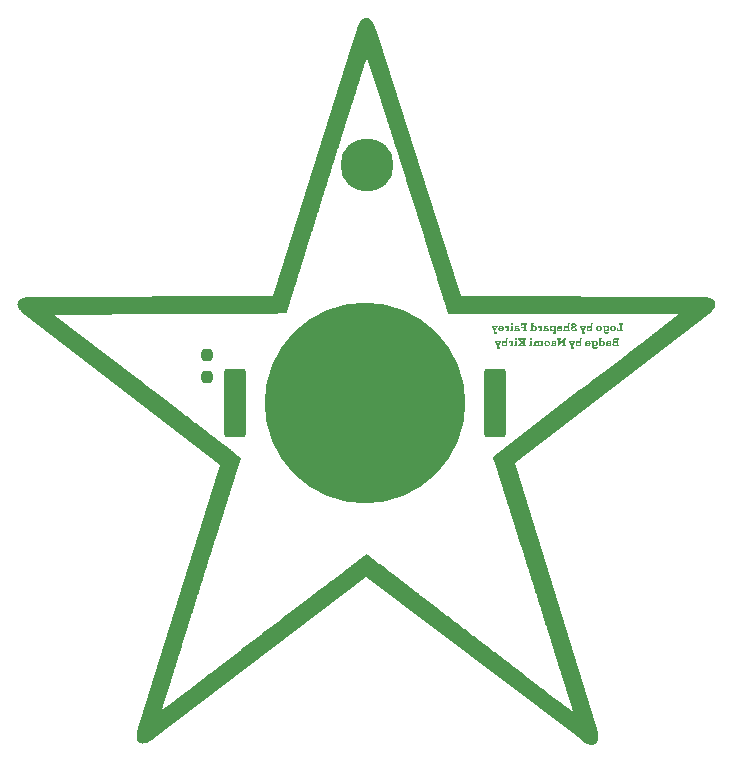
<source format=gbs>
G04 #@! TF.GenerationSoftware,KiCad,Pcbnew,8.0.3*
G04 #@! TF.CreationDate,2024-07-11T09:34:10-07:00*
G04 #@! TF.ProjectId,mozilla-star-badge,6d6f7a69-6c6c-4612-9d73-7461722d6261,rev?*
G04 #@! TF.SameCoordinates,Original*
G04 #@! TF.FileFunction,Soldermask,Bot*
G04 #@! TF.FilePolarity,Negative*
%FSLAX46Y46*%
G04 Gerber Fmt 4.6, Leading zero omitted, Abs format (unit mm)*
G04 Created by KiCad (PCBNEW 8.0.3) date 2024-07-11 09:34:10*
%MOMM*%
%LPD*%
G01*
G04 APERTURE LIST*
G04 Aperture macros list*
%AMRoundRect*
0 Rectangle with rounded corners*
0 $1 Rounding radius*
0 $2 $3 $4 $5 $6 $7 $8 $9 X,Y pos of 4 corners*
0 Add a 4 corners polygon primitive as box body*
4,1,4,$2,$3,$4,$5,$6,$7,$8,$9,$2,$3,0*
0 Add four circle primitives for the rounded corners*
1,1,$1+$1,$2,$3*
1,1,$1+$1,$4,$5*
1,1,$1+$1,$6,$7*
1,1,$1+$1,$8,$9*
0 Add four rect primitives between the rounded corners*
20,1,$1+$1,$2,$3,$4,$5,0*
20,1,$1+$1,$4,$5,$6,$7,0*
20,1,$1+$1,$6,$7,$8,$9,0*
20,1,$1+$1,$8,$9,$2,$3,0*%
G04 Aperture macros list end*
%ADD10C,0.000000*%
%ADD11RoundRect,0.250000X0.650000X2.650000X-0.650000X2.650000X-0.650000X-2.650000X0.650000X-2.650000X0*%
%ADD12C,17.000000*%
%ADD13RoundRect,0.237500X-0.237500X0.250000X-0.237500X-0.250000X0.237500X-0.250000X0.237500X0.250000X0*%
%ADD14C,4.500000*%
G04 APERTURE END LIST*
D10*
G36*
X59962675Y-39395720D02*
G01*
X60015211Y-39405674D01*
X60067530Y-39422156D01*
X60119512Y-39445164D01*
X60171033Y-39474699D01*
X60221973Y-39510761D01*
X60272211Y-39553348D01*
X60321625Y-39602462D01*
X60370094Y-39658100D01*
X60417496Y-39720263D01*
X60463709Y-39788950D01*
X60508613Y-39864162D01*
X60552086Y-39945897D01*
X60594006Y-40034156D01*
X60634252Y-40128938D01*
X60672703Y-40230242D01*
X60709237Y-40338068D01*
X67958436Y-62999889D01*
X88449435Y-63045398D01*
X88560227Y-63047962D01*
X88664890Y-63055042D01*
X88763374Y-63066483D01*
X88855630Y-63082128D01*
X88941605Y-63101820D01*
X89021251Y-63125405D01*
X89094517Y-63152724D01*
X89161352Y-63183623D01*
X89221707Y-63217943D01*
X89275530Y-63255530D01*
X89322771Y-63296227D01*
X89363380Y-63339878D01*
X89397306Y-63386325D01*
X89424500Y-63435414D01*
X89444910Y-63486986D01*
X89458487Y-63540887D01*
X89465180Y-63596960D01*
X89464938Y-63655049D01*
X89457712Y-63714996D01*
X89443451Y-63776647D01*
X89422104Y-63839843D01*
X89393621Y-63904431D01*
X89357952Y-63970251D01*
X89315046Y-64037150D01*
X89264854Y-64104969D01*
X89207324Y-64173553D01*
X89142406Y-64242746D01*
X89070050Y-64312391D01*
X88990206Y-64382332D01*
X88902822Y-64452412D01*
X72492310Y-77070027D01*
X79433617Y-99625774D01*
X79465895Y-99737557D01*
X79492686Y-99845015D01*
X79514095Y-99948069D01*
X79530226Y-100046636D01*
X79541185Y-100140638D01*
X79547076Y-100229993D01*
X79548006Y-100314621D01*
X79544079Y-100394441D01*
X79535399Y-100469372D01*
X79522073Y-100539333D01*
X79504206Y-100604245D01*
X79481901Y-100664027D01*
X79455265Y-100718597D01*
X79424403Y-100767875D01*
X79389420Y-100811782D01*
X79350420Y-100850235D01*
X79307509Y-100883155D01*
X79260791Y-100910460D01*
X79210373Y-100932071D01*
X79156359Y-100947906D01*
X79098854Y-100957885D01*
X79037964Y-100961928D01*
X78973792Y-100959953D01*
X78906445Y-100951880D01*
X78836028Y-100937629D01*
X78762645Y-100917119D01*
X78686402Y-100890268D01*
X78607404Y-100856998D01*
X78525756Y-100817226D01*
X78441563Y-100770873D01*
X78354929Y-100717857D01*
X78265961Y-100658099D01*
X78174763Y-100591517D01*
X77382871Y-99990628D01*
X59903771Y-86727457D01*
X41815694Y-100482993D01*
X41725421Y-100549068D01*
X41637379Y-100608402D01*
X41551672Y-100661073D01*
X41468403Y-100707160D01*
X41387674Y-100746743D01*
X41309590Y-100779900D01*
X41234253Y-100806711D01*
X41161768Y-100827255D01*
X41092236Y-100841611D01*
X41025762Y-100849858D01*
X40962449Y-100852076D01*
X40902400Y-100848342D01*
X40845718Y-100838737D01*
X40792507Y-100823340D01*
X40742870Y-100802229D01*
X40696910Y-100775483D01*
X40654731Y-100743183D01*
X40616436Y-100705406D01*
X40582128Y-100662233D01*
X40551910Y-100613741D01*
X40525886Y-100560011D01*
X40504159Y-100501121D01*
X40486833Y-100437150D01*
X40474010Y-100368178D01*
X40465794Y-100294284D01*
X40462288Y-100215546D01*
X40463596Y-100132044D01*
X40469820Y-100043857D01*
X40481065Y-99951064D01*
X40497433Y-99853745D01*
X40519028Y-99751977D01*
X40545953Y-99645841D01*
X40578311Y-99535415D01*
X47529946Y-77251677D01*
X31038427Y-64544113D01*
X33498510Y-64544113D01*
X40531343Y-69921280D01*
X40650872Y-70012671D01*
X40770188Y-70103899D01*
X40889272Y-70194951D01*
X41008106Y-70285812D01*
X41126672Y-70376470D01*
X41244951Y-70466909D01*
X41362925Y-70557116D01*
X41480577Y-70647077D01*
X41597887Y-70736778D01*
X41714839Y-70826206D01*
X41831412Y-70915345D01*
X41947590Y-71004183D01*
X42063354Y-71092705D01*
X42178686Y-71180898D01*
X42293568Y-71268746D01*
X42407981Y-71356238D01*
X42521907Y-71443358D01*
X42635328Y-71530093D01*
X42748226Y-71616428D01*
X42860583Y-71702351D01*
X42972379Y-71787846D01*
X43083598Y-71872900D01*
X43194221Y-71957499D01*
X43304230Y-72041629D01*
X43413606Y-72125277D01*
X43522332Y-72208427D01*
X43630389Y-72291067D01*
X43737758Y-72373183D01*
X43844422Y-72454759D01*
X43950363Y-72535783D01*
X44055562Y-72616241D01*
X44160001Y-72696118D01*
X44263662Y-72775401D01*
X44366526Y-72854076D01*
X44468576Y-72932129D01*
X44569793Y-73009545D01*
X44670159Y-73086312D01*
X44769655Y-73162415D01*
X44868265Y-73237839D01*
X44965968Y-73312572D01*
X45062748Y-73386599D01*
X45158586Y-73459906D01*
X45253463Y-73532480D01*
X45347362Y-73604306D01*
X45440264Y-73675371D01*
X45532151Y-73745660D01*
X45623005Y-73815160D01*
X45712808Y-73883857D01*
X45801541Y-73951736D01*
X45889187Y-74018785D01*
X45975726Y-74084988D01*
X46061141Y-74150332D01*
X46145414Y-74214803D01*
X46228526Y-74278388D01*
X46310460Y-74341071D01*
X46391196Y-74402840D01*
X46470717Y-74463680D01*
X46549004Y-74523578D01*
X46626040Y-74582519D01*
X46701806Y-74640490D01*
X46776284Y-74697476D01*
X46849456Y-74753464D01*
X46921303Y-74808439D01*
X46991807Y-74862389D01*
X47060951Y-74915298D01*
X47128715Y-74967153D01*
X47195082Y-75017941D01*
X47260033Y-75067646D01*
X47323550Y-75116256D01*
X47385616Y-75163755D01*
X47446211Y-75210131D01*
X47505318Y-75255370D01*
X47562918Y-75299457D01*
X47618993Y-75342378D01*
X47673526Y-75384120D01*
X47726496Y-75424668D01*
X47777888Y-75464009D01*
X47827682Y-75502129D01*
X47875860Y-75539014D01*
X47922403Y-75574650D01*
X47967295Y-75609022D01*
X48010515Y-75642118D01*
X48052048Y-75673923D01*
X48091873Y-75704423D01*
X48129973Y-75733604D01*
X48166329Y-75761453D01*
X48200924Y-75787954D01*
X48233739Y-75813096D01*
X48264756Y-75836863D01*
X48293957Y-75859241D01*
X48321323Y-75880217D01*
X48346837Y-75899777D01*
X48370480Y-75917907D01*
X48392233Y-75934592D01*
X48412080Y-75949819D01*
X48430001Y-75963575D01*
X48445978Y-75975844D01*
X48564814Y-76068068D01*
X48678156Y-76157865D01*
X48784984Y-76244328D01*
X48884279Y-76326548D01*
X48975023Y-76403618D01*
X49056197Y-76474630D01*
X49126780Y-76538678D01*
X49185755Y-76594853D01*
X49232102Y-76642247D01*
X49264803Y-76679954D01*
X49282838Y-76707065D01*
X49285188Y-76722673D01*
X49284131Y-76725010D01*
X49282299Y-76729824D01*
X49279698Y-76737096D01*
X49276333Y-76746808D01*
X49272210Y-76758941D01*
X49267335Y-76773477D01*
X49261714Y-76790397D01*
X49255352Y-76809682D01*
X49248257Y-76831314D01*
X49240432Y-76855274D01*
X49231886Y-76881543D01*
X49222622Y-76910103D01*
X49212648Y-76940936D01*
X49201969Y-76974021D01*
X49190590Y-77009341D01*
X49178519Y-77046878D01*
X49165760Y-77086612D01*
X49152320Y-77128525D01*
X49138204Y-77172598D01*
X49123419Y-77218813D01*
X49107970Y-77267150D01*
X49091862Y-77317592D01*
X49075103Y-77370120D01*
X49057698Y-77424715D01*
X49039653Y-77481358D01*
X49020973Y-77540031D01*
X49001665Y-77600715D01*
X48981734Y-77663392D01*
X48961187Y-77728042D01*
X48940028Y-77794647D01*
X48918265Y-77863190D01*
X48895902Y-77933650D01*
X48872947Y-78006009D01*
X48849404Y-78080249D01*
X48825280Y-78156351D01*
X48800580Y-78234296D01*
X48775310Y-78314066D01*
X48749477Y-78395642D01*
X48723086Y-78479005D01*
X48696142Y-78564137D01*
X48668653Y-78651020D01*
X48640623Y-78739634D01*
X48612059Y-78829960D01*
X48582967Y-78921981D01*
X48553352Y-79015678D01*
X48523220Y-79111031D01*
X48492577Y-79208023D01*
X48461430Y-79306634D01*
X48429783Y-79406847D01*
X48397643Y-79508641D01*
X48365016Y-79612000D01*
X48331907Y-79716903D01*
X48298323Y-79823333D01*
X48264269Y-79931271D01*
X48229751Y-80040698D01*
X48194775Y-80151596D01*
X48159348Y-80263945D01*
X48123474Y-80377728D01*
X48087160Y-80492925D01*
X48050411Y-80609518D01*
X48013234Y-80727489D01*
X47975635Y-80846818D01*
X47937619Y-80967487D01*
X47899191Y-81089478D01*
X47860359Y-81212771D01*
X47821128Y-81337349D01*
X47781503Y-81463192D01*
X47741492Y-81590282D01*
X47701098Y-81718600D01*
X47660330Y-81848127D01*
X47619191Y-81978846D01*
X47577689Y-82110736D01*
X47535828Y-82243781D01*
X47493616Y-82377960D01*
X47451058Y-82513256D01*
X47408159Y-82649649D01*
X47364926Y-82787121D01*
X47321364Y-82925654D01*
X47277480Y-83065229D01*
X47233279Y-83205827D01*
X47188767Y-83347429D01*
X47143950Y-83490017D01*
X47098834Y-83633572D01*
X47053425Y-83778076D01*
X47007728Y-83923510D01*
X46961750Y-84069855D01*
X46915496Y-84217093D01*
X46868973Y-84365205D01*
X46822186Y-84514172D01*
X46775141Y-84663976D01*
X46727844Y-84814598D01*
X46680300Y-84966019D01*
X46632517Y-85118222D01*
X46584499Y-85271186D01*
X46536252Y-85424894D01*
X46487783Y-85579327D01*
X46439097Y-85734466D01*
X46390200Y-85890292D01*
X46341098Y-86046788D01*
X46291797Y-86203934D01*
X46242303Y-86361712D01*
X46192622Y-86520102D01*
X46142759Y-86679087D01*
X46092720Y-86838648D01*
X46042512Y-86998766D01*
X45994131Y-87153059D01*
X45945886Y-87306917D01*
X45897780Y-87460324D01*
X45849820Y-87613263D01*
X45802010Y-87765715D01*
X45754357Y-87917664D01*
X45706866Y-88069092D01*
X45659541Y-88219983D01*
X45612389Y-88370319D01*
X45565416Y-88520082D01*
X45518625Y-88669256D01*
X45472023Y-88817822D01*
X45425616Y-88965765D01*
X45379408Y-89113067D01*
X45333405Y-89259710D01*
X45287613Y-89405677D01*
X45242036Y-89550951D01*
X45196681Y-89695514D01*
X45151552Y-89839351D01*
X45106656Y-89982442D01*
X45061997Y-90124771D01*
X45017582Y-90266321D01*
X44973415Y-90407074D01*
X44929501Y-90547013D01*
X44885847Y-90686122D01*
X44842457Y-90824382D01*
X44799338Y-90961776D01*
X44756494Y-91098288D01*
X44713931Y-91233899D01*
X44671655Y-91368593D01*
X44629670Y-91502352D01*
X44587983Y-91635160D01*
X44546598Y-91766998D01*
X44505521Y-91897850D01*
X44464758Y-92027699D01*
X44424313Y-92156526D01*
X44384193Y-92284316D01*
X44344403Y-92411050D01*
X44304947Y-92536711D01*
X44265833Y-92661282D01*
X44227064Y-92784747D01*
X44188647Y-92907087D01*
X44150587Y-93028285D01*
X44112888Y-93148324D01*
X44075558Y-93267188D01*
X44038601Y-93384857D01*
X44002022Y-93501316D01*
X43965827Y-93616548D01*
X43930022Y-93730534D01*
X43894611Y-93843257D01*
X43859601Y-93954701D01*
X43824996Y-94064849D01*
X43790802Y-94173681D01*
X43757025Y-94281183D01*
X43723670Y-94387336D01*
X43690742Y-94492123D01*
X43658246Y-94595526D01*
X43626189Y-94697529D01*
X43594576Y-94798115D01*
X43563411Y-94897266D01*
X43532701Y-94994964D01*
X43502451Y-95091193D01*
X43472666Y-95185935D01*
X43443352Y-95279173D01*
X43414514Y-95370890D01*
X43386157Y-95461069D01*
X43358287Y-95549692D01*
X43330910Y-95636742D01*
X43304031Y-95722202D01*
X43277655Y-95806054D01*
X43251787Y-95888281D01*
X43226433Y-95968867D01*
X43201599Y-96047793D01*
X43177290Y-96125043D01*
X43153511Y-96200599D01*
X43130268Y-96274444D01*
X43107567Y-96346561D01*
X43085411Y-96416932D01*
X43063808Y-96485541D01*
X43042762Y-96552369D01*
X43022279Y-96617401D01*
X43002364Y-96680618D01*
X42983023Y-96742003D01*
X42964262Y-96801539D01*
X42946084Y-96859209D01*
X42928497Y-96914995D01*
X42911505Y-96968881D01*
X42895114Y-97020848D01*
X42879329Y-97070880D01*
X42864155Y-97118960D01*
X42849599Y-97165070D01*
X42835665Y-97209193D01*
X42822359Y-97251311D01*
X42809687Y-97291408D01*
X42797653Y-97329467D01*
X42786264Y-97365469D01*
X42775524Y-97399398D01*
X42765439Y-97431236D01*
X42756014Y-97460967D01*
X42747255Y-97488572D01*
X42739168Y-97514036D01*
X42731757Y-97537339D01*
X42725029Y-97558466D01*
X42718988Y-97577399D01*
X42713640Y-97594120D01*
X42708990Y-97608613D01*
X42705044Y-97620860D01*
X42701808Y-97630844D01*
X42699286Y-97638548D01*
X42655691Y-97777218D01*
X42628271Y-97880691D01*
X42616922Y-97950567D01*
X42621542Y-97988448D01*
X42642029Y-97995932D01*
X42678281Y-97974621D01*
X42691846Y-97963838D01*
X42707474Y-97951486D01*
X42725142Y-97937580D01*
X42744832Y-97922135D01*
X42766523Y-97905167D01*
X42790194Y-97886692D01*
X42815825Y-97866724D01*
X42843397Y-97845279D01*
X42872888Y-97822374D01*
X42904279Y-97798022D01*
X42937549Y-97772241D01*
X42972678Y-97745044D01*
X43009646Y-97716449D01*
X43048432Y-97686469D01*
X43089017Y-97655121D01*
X43131379Y-97622420D01*
X43175499Y-97588382D01*
X43221356Y-97553021D01*
X43268930Y-97516355D01*
X43318201Y-97478397D01*
X43369149Y-97439164D01*
X43421753Y-97398670D01*
X43475992Y-97356932D01*
X43531848Y-97313965D01*
X43589299Y-97269784D01*
X43648325Y-97224406D01*
X43708906Y-97177844D01*
X43771021Y-97130115D01*
X43834651Y-97081234D01*
X43899775Y-97031217D01*
X43966373Y-96980080D01*
X44034424Y-96927837D01*
X44103909Y-96874504D01*
X44174807Y-96820096D01*
X44247097Y-96764630D01*
X44320760Y-96708120D01*
X44395775Y-96650583D01*
X44472122Y-96592032D01*
X44549780Y-96532485D01*
X44628730Y-96471956D01*
X44708951Y-96410461D01*
X44790422Y-96348016D01*
X44873125Y-96284635D01*
X44957037Y-96220335D01*
X45042140Y-96155130D01*
X45128412Y-96089037D01*
X45215834Y-96022071D01*
X45304385Y-95954246D01*
X45394045Y-95885580D01*
X45484793Y-95816086D01*
X45576610Y-95745781D01*
X45669475Y-95674681D01*
X45763368Y-95602800D01*
X45858268Y-95530153D01*
X45954156Y-95456758D01*
X46051011Y-95382628D01*
X46148812Y-95307780D01*
X46247540Y-95232229D01*
X46347174Y-95155990D01*
X46447694Y-95079080D01*
X46549080Y-95001512D01*
X46651311Y-94923303D01*
X46754367Y-94844469D01*
X46858228Y-94765024D01*
X46962874Y-94684985D01*
X47068283Y-94604367D01*
X47174437Y-94523184D01*
X47281315Y-94441453D01*
X47388896Y-94359190D01*
X47497161Y-94276409D01*
X47606088Y-94193126D01*
X47715658Y-94109357D01*
X47825850Y-94025116D01*
X47936645Y-93940420D01*
X48048021Y-93855285D01*
X48159959Y-93769724D01*
X48272438Y-93683755D01*
X48385439Y-93597392D01*
X48498940Y-93510650D01*
X48612921Y-93423547D01*
X48727363Y-93336096D01*
X48842245Y-93248313D01*
X48957546Y-93160214D01*
X49073247Y-93071814D01*
X49189327Y-92983129D01*
X49305766Y-92894174D01*
X49422543Y-92804965D01*
X49539639Y-92715516D01*
X49657033Y-92625845D01*
X49774704Y-92535965D01*
X49892634Y-92445893D01*
X50010800Y-92355644D01*
X50129183Y-92265234D01*
X50247763Y-92174677D01*
X50366520Y-92083990D01*
X50485432Y-91993188D01*
X50604481Y-91902286D01*
X50723645Y-91811300D01*
X50842904Y-91720246D01*
X50962239Y-91629138D01*
X51081628Y-91537992D01*
X51201052Y-91446824D01*
X51320490Y-91355649D01*
X51439922Y-91264483D01*
X51559327Y-91173342D01*
X51678687Y-91082239D01*
X51797979Y-90991192D01*
X51917184Y-90900216D01*
X52036282Y-90809325D01*
X52155252Y-90718536D01*
X52274074Y-90627864D01*
X52392729Y-90537324D01*
X52511194Y-90446933D01*
X52629451Y-90356704D01*
X52747479Y-90266655D01*
X52865258Y-90176800D01*
X52982767Y-90087155D01*
X53099986Y-89997735D01*
X53216895Y-89908556D01*
X53333474Y-89819633D01*
X53449702Y-89730982D01*
X53565559Y-89642618D01*
X53681025Y-89554556D01*
X53796080Y-89466813D01*
X53910702Y-89379403D01*
X54024873Y-89292343D01*
X54138572Y-89205647D01*
X54251778Y-89119331D01*
X54364471Y-89033410D01*
X54476631Y-88947901D01*
X54588238Y-88862818D01*
X54699271Y-88778177D01*
X54809711Y-88693993D01*
X54919536Y-88610282D01*
X55028726Y-88527059D01*
X55137262Y-88444340D01*
X55245123Y-88362141D01*
X55352289Y-88280476D01*
X55458739Y-88199361D01*
X55564454Y-88118812D01*
X55669412Y-88038845D01*
X55773594Y-87959474D01*
X55876979Y-87880714D01*
X55979548Y-87802583D01*
X56081279Y-87725095D01*
X56182153Y-87648265D01*
X56282149Y-87572109D01*
X56381247Y-87496643D01*
X56479427Y-87421881D01*
X56576669Y-87347840D01*
X56672952Y-87274535D01*
X56768255Y-87201981D01*
X56862560Y-87130194D01*
X56955844Y-87059189D01*
X57048089Y-86988983D01*
X57139274Y-86919589D01*
X57229378Y-86851024D01*
X57318382Y-86783303D01*
X57406264Y-86716442D01*
X57493006Y-86650456D01*
X57578586Y-86585361D01*
X57662984Y-86521172D01*
X57746180Y-86457904D01*
X57828154Y-86395573D01*
X57908885Y-86334195D01*
X57988353Y-86273785D01*
X58066538Y-86214358D01*
X58143420Y-86155931D01*
X58218978Y-86098517D01*
X58293192Y-86042134D01*
X58366042Y-85986796D01*
X58437508Y-85932518D01*
X58507569Y-85879317D01*
X58576204Y-85827208D01*
X58643395Y-85776206D01*
X58709119Y-85726326D01*
X58773358Y-85677585D01*
X58836091Y-85629997D01*
X58897298Y-85583579D01*
X58956957Y-85538345D01*
X59015050Y-85494311D01*
X59071556Y-85451493D01*
X59126454Y-85409905D01*
X59179725Y-85369565D01*
X59231347Y-85330486D01*
X59281301Y-85292684D01*
X59329567Y-85256176D01*
X59376123Y-85220975D01*
X59420951Y-85187099D01*
X59464029Y-85154562D01*
X59505338Y-85123380D01*
X59544857Y-85093568D01*
X59582565Y-85065142D01*
X59618443Y-85038117D01*
X59652470Y-85012508D01*
X59684627Y-84988332D01*
X59714892Y-84965603D01*
X59743245Y-84944338D01*
X59769667Y-84924551D01*
X59794136Y-84906258D01*
X59816633Y-84889475D01*
X59837138Y-84874216D01*
X59855629Y-84860498D01*
X59872088Y-84848336D01*
X59886493Y-84837746D01*
X59898824Y-84828742D01*
X59909061Y-84821341D01*
X59917184Y-84815557D01*
X59923173Y-84811407D01*
X59927007Y-84808905D01*
X59928665Y-84808068D01*
X59934987Y-84810700D01*
X59948013Y-84818509D01*
X59967565Y-84831360D01*
X59993467Y-84849122D01*
X60025540Y-84871659D01*
X60063607Y-84898841D01*
X60107492Y-84930532D01*
X60157016Y-84966600D01*
X60212002Y-85006912D01*
X60272274Y-85051335D01*
X60337653Y-85099735D01*
X60407963Y-85151980D01*
X60483025Y-85207935D01*
X60562663Y-85267469D01*
X60646700Y-85330447D01*
X60734957Y-85396736D01*
X60827258Y-85466204D01*
X60923426Y-85538717D01*
X61023282Y-85614142D01*
X61126650Y-85692346D01*
X61233352Y-85773195D01*
X61343211Y-85856557D01*
X61456049Y-85942298D01*
X61571690Y-86030285D01*
X61689955Y-86120385D01*
X61810668Y-86212465D01*
X61933652Y-86306390D01*
X62058728Y-86402030D01*
X62185719Y-86499249D01*
X62314449Y-86597915D01*
X62444739Y-86697895D01*
X62483363Y-86727551D01*
X62523310Y-86758221D01*
X62564567Y-86789897D01*
X62607117Y-86822565D01*
X62650946Y-86856214D01*
X62696040Y-86890834D01*
X62742383Y-86926412D01*
X62789961Y-86962937D01*
X62838758Y-87000397D01*
X62888760Y-87038783D01*
X62939952Y-87078081D01*
X62992318Y-87118280D01*
X63045845Y-87159369D01*
X63100517Y-87201337D01*
X63156319Y-87244172D01*
X63213236Y-87287863D01*
X63271254Y-87332398D01*
X63330358Y-87377766D01*
X63390532Y-87423956D01*
X63451762Y-87470955D01*
X63514033Y-87518753D01*
X63577330Y-87567338D01*
X63641638Y-87616699D01*
X63706943Y-87666824D01*
X63773229Y-87717702D01*
X63840481Y-87769322D01*
X63908685Y-87821671D01*
X63977826Y-87874739D01*
X64047888Y-87928515D01*
X64118858Y-87982986D01*
X64190719Y-88038141D01*
X64263458Y-88093969D01*
X64337059Y-88150459D01*
X64411507Y-88207599D01*
X64486788Y-88265377D01*
X64562887Y-88323783D01*
X64639788Y-88382804D01*
X64717477Y-88442429D01*
X64795939Y-88502648D01*
X64875159Y-88563448D01*
X64955123Y-88624818D01*
X65035814Y-88686747D01*
X65117219Y-88749222D01*
X65199323Y-88812234D01*
X65282110Y-88875770D01*
X65365566Y-88939819D01*
X65449675Y-89004369D01*
X65534424Y-89069410D01*
X65619797Y-89134929D01*
X65705779Y-89200915D01*
X65792355Y-89267357D01*
X65879510Y-89334244D01*
X65967231Y-89401563D01*
X66055500Y-89469304D01*
X66144305Y-89537455D01*
X66233629Y-89606004D01*
X66323459Y-89674941D01*
X66413778Y-89744253D01*
X66504573Y-89813930D01*
X66595828Y-89883960D01*
X66687528Y-89954332D01*
X66779659Y-90025033D01*
X66872205Y-90096053D01*
X66965153Y-90167381D01*
X67058486Y-90239004D01*
X67152190Y-90310911D01*
X67246250Y-90383092D01*
X67340651Y-90455534D01*
X67435379Y-90528226D01*
X67530418Y-90601157D01*
X67625754Y-90674315D01*
X67721371Y-90747689D01*
X67817255Y-90821267D01*
X67913391Y-90895038D01*
X68009764Y-90968991D01*
X68106359Y-91043114D01*
X68203161Y-91117395D01*
X68300156Y-91191824D01*
X68397328Y-91266389D01*
X68494662Y-91341078D01*
X68592145Y-91415880D01*
X68689760Y-91490783D01*
X68787492Y-91565777D01*
X68885328Y-91640849D01*
X68983252Y-91715989D01*
X69081249Y-91791184D01*
X69179305Y-91866424D01*
X69277404Y-91941697D01*
X69375531Y-92016992D01*
X69473672Y-92092296D01*
X69571812Y-92167600D01*
X69669936Y-92242890D01*
X69768029Y-92318157D01*
X69866076Y-92393388D01*
X69964062Y-92468572D01*
X70061973Y-92543697D01*
X70159793Y-92618753D01*
X70257507Y-92693727D01*
X70355101Y-92768609D01*
X70452560Y-92843386D01*
X70549869Y-92918048D01*
X70647013Y-92992583D01*
X70743977Y-93066980D01*
X70840746Y-93141226D01*
X70937306Y-93215312D01*
X71033641Y-93289225D01*
X71129736Y-93362953D01*
X71262795Y-93465030D01*
X71395227Y-93566605D01*
X71527004Y-93667656D01*
X71658094Y-93768161D01*
X71788470Y-93868098D01*
X71918101Y-93967445D01*
X72046958Y-94066180D01*
X72175011Y-94164281D01*
X72302232Y-94261726D01*
X72428589Y-94358494D01*
X72554055Y-94454562D01*
X72678598Y-94549909D01*
X72802191Y-94644512D01*
X72924803Y-94738350D01*
X73046405Y-94831400D01*
X73166966Y-94923641D01*
X73286459Y-95015051D01*
X73404853Y-95105607D01*
X73522118Y-95195288D01*
X73638226Y-95284073D01*
X73753146Y-95371938D01*
X73866850Y-95458862D01*
X73979307Y-95544824D01*
X74090488Y-95629800D01*
X74200364Y-95713770D01*
X74308905Y-95796711D01*
X74416081Y-95878602D01*
X74521863Y-95959420D01*
X74626222Y-96039143D01*
X74729128Y-96117750D01*
X74830552Y-96195218D01*
X74930463Y-96271526D01*
X75028833Y-96346652D01*
X75125631Y-96420574D01*
X75220830Y-96493269D01*
X75314397Y-96564717D01*
X75406306Y-96634894D01*
X75496525Y-96703779D01*
X75585026Y-96771351D01*
X75671778Y-96837586D01*
X75756753Y-96902464D01*
X75839920Y-96965962D01*
X75921251Y-97028058D01*
X76000715Y-97088731D01*
X76078284Y-97147958D01*
X76153927Y-97205717D01*
X76227615Y-97261988D01*
X76299320Y-97316746D01*
X76369010Y-97369972D01*
X76436657Y-97421642D01*
X76502231Y-97471735D01*
X76565703Y-97520229D01*
X76627042Y-97567102D01*
X76686221Y-97612332D01*
X76743208Y-97655897D01*
X76797975Y-97697775D01*
X76850492Y-97737944D01*
X76900729Y-97776382D01*
X76948657Y-97813068D01*
X76994247Y-97847979D01*
X77037469Y-97881094D01*
X77078293Y-97912390D01*
X77116690Y-97941845D01*
X77152630Y-97969438D01*
X77186084Y-97995147D01*
X77217023Y-98018949D01*
X77245416Y-98040823D01*
X77271235Y-98060748D01*
X77294449Y-98078700D01*
X77315030Y-98094657D01*
X77332948Y-98108599D01*
X77348172Y-98120503D01*
X77360675Y-98130348D01*
X77370425Y-98138110D01*
X77377395Y-98143769D01*
X77381553Y-98147302D01*
X77382871Y-98148687D01*
X77405955Y-98117059D01*
X77397026Y-98027628D01*
X77357977Y-97899744D01*
X77356085Y-97894556D01*
X77353439Y-97886968D01*
X77350046Y-97876996D01*
X77345911Y-97864660D01*
X77341040Y-97849978D01*
X77335438Y-97832968D01*
X77329113Y-97813648D01*
X77322068Y-97792037D01*
X77314310Y-97768153D01*
X77305846Y-97742014D01*
X77296680Y-97713639D01*
X77286818Y-97683046D01*
X77276266Y-97650253D01*
X77265031Y-97615279D01*
X77253117Y-97578141D01*
X77240531Y-97538859D01*
X77227278Y-97497450D01*
X77213364Y-97453933D01*
X77198795Y-97408325D01*
X77183577Y-97360647D01*
X77167715Y-97310914D01*
X77151215Y-97259147D01*
X77134083Y-97205363D01*
X77116325Y-97149581D01*
X77097947Y-97091818D01*
X77078954Y-97032094D01*
X77059352Y-96970426D01*
X77039147Y-96906833D01*
X77018344Y-96841333D01*
X76996950Y-96773945D01*
X76974971Y-96704686D01*
X76952411Y-96633575D01*
X76929277Y-96560631D01*
X76905575Y-96485871D01*
X76881310Y-96409314D01*
X76856488Y-96330978D01*
X76831115Y-96250881D01*
X76805197Y-96169043D01*
X76778739Y-96085481D01*
X76751747Y-96000213D01*
X76724228Y-95913257D01*
X76696186Y-95824633D01*
X76667628Y-95734358D01*
X76638560Y-95642451D01*
X76608986Y-95548930D01*
X76578914Y-95453813D01*
X76548348Y-95357119D01*
X76517294Y-95258865D01*
X76485759Y-95159071D01*
X76453748Y-95057754D01*
X76421267Y-94954933D01*
X76388322Y-94850626D01*
X76354918Y-94744851D01*
X76321061Y-94637627D01*
X76286757Y-94528972D01*
X76252012Y-94418904D01*
X76216831Y-94307442D01*
X76181221Y-94194604D01*
X76145186Y-94080408D01*
X76108734Y-93964872D01*
X76071869Y-93848015D01*
X76034598Y-93729856D01*
X75996926Y-93610411D01*
X75958858Y-93489701D01*
X75920402Y-93367742D01*
X75881562Y-93244554D01*
X75842345Y-93120155D01*
X75802755Y-92994562D01*
X75762800Y-92867795D01*
X75722484Y-92739871D01*
X75681814Y-92610809D01*
X75640795Y-92480627D01*
X75599433Y-92349344D01*
X75557733Y-92216977D01*
X75515703Y-92083546D01*
X75473346Y-91949068D01*
X75430670Y-91813561D01*
X75387680Y-91677045D01*
X75344381Y-91539536D01*
X75300780Y-91401055D01*
X75256882Y-91261618D01*
X75212694Y-91121244D01*
X75168220Y-90979952D01*
X75123466Y-90837760D01*
X75078439Y-90694686D01*
X75033144Y-90550748D01*
X74987588Y-90405965D01*
X74941774Y-90260355D01*
X74895711Y-90113936D01*
X74849402Y-89966727D01*
X74802855Y-89818745D01*
X74756075Y-89670010D01*
X74709067Y-89520540D01*
X74661837Y-89370352D01*
X74614392Y-89219466D01*
X74566737Y-89067899D01*
X74518877Y-88915669D01*
X74470819Y-88762796D01*
X74422569Y-88609297D01*
X74374131Y-88455191D01*
X74325512Y-88300495D01*
X74276718Y-88145229D01*
X74227755Y-87989411D01*
X74178627Y-87833058D01*
X74129342Y-87676189D01*
X74079904Y-87518823D01*
X74031375Y-87364349D01*
X73982981Y-87210316D01*
X73934727Y-87056744D01*
X73886619Y-86903648D01*
X73838663Y-86751048D01*
X73790863Y-86598960D01*
X73743227Y-86447402D01*
X73695759Y-86296392D01*
X73648464Y-86145947D01*
X73601349Y-85996085D01*
X73554419Y-85846823D01*
X73507679Y-85698179D01*
X73461135Y-85550171D01*
X73414793Y-85402815D01*
X73368658Y-85256131D01*
X73322735Y-85110134D01*
X73277031Y-84964844D01*
X73231550Y-84820277D01*
X73186299Y-84676450D01*
X73141282Y-84533383D01*
X73096506Y-84391091D01*
X73051975Y-84249593D01*
X73007696Y-84108906D01*
X72963675Y-83969048D01*
X72919915Y-83830036D01*
X72876424Y-83691889D01*
X72833207Y-83554622D01*
X72790268Y-83418255D01*
X72747615Y-83282805D01*
X72705251Y-83148288D01*
X72663184Y-83014724D01*
X72621418Y-82882129D01*
X72579959Y-82750521D01*
X72538813Y-82619917D01*
X72497984Y-82490335D01*
X72457479Y-82361794D01*
X72417303Y-82234309D01*
X72377462Y-82107899D01*
X72337962Y-81982581D01*
X72298807Y-81858374D01*
X72260003Y-81735294D01*
X72221556Y-81613359D01*
X72183472Y-81492586D01*
X72145756Y-81372994D01*
X72108413Y-81254600D01*
X72071449Y-81137421D01*
X72034870Y-81021475D01*
X71998682Y-80906779D01*
X71962889Y-80793352D01*
X71927497Y-80681210D01*
X71892512Y-80570372D01*
X71857939Y-80460854D01*
X71823785Y-80352674D01*
X71790054Y-80245851D01*
X71756751Y-80140401D01*
X71723884Y-80036342D01*
X71691457Y-79933692D01*
X71659475Y-79832468D01*
X71627944Y-79732688D01*
X71596871Y-79634369D01*
X71566259Y-79537529D01*
X71536116Y-79442186D01*
X71506446Y-79348356D01*
X71477255Y-79256059D01*
X71448548Y-79165310D01*
X71420332Y-79076129D01*
X71392611Y-78988531D01*
X71365391Y-78902536D01*
X71338678Y-78818160D01*
X71312477Y-78735422D01*
X71286794Y-78654338D01*
X71261635Y-78574926D01*
X71237004Y-78497204D01*
X71212908Y-78421189D01*
X71189352Y-78346899D01*
X71166341Y-78274352D01*
X71143882Y-78203565D01*
X71121979Y-78134556D01*
X71100638Y-78067341D01*
X71079865Y-78001940D01*
X71059666Y-77938369D01*
X71040045Y-77876646D01*
X71021009Y-77816788D01*
X71002563Y-77758813D01*
X70984712Y-77702739D01*
X70967462Y-77648584D01*
X70950819Y-77596364D01*
X70934788Y-77546097D01*
X70919375Y-77497802D01*
X70904584Y-77451495D01*
X70890423Y-77407194D01*
X70876896Y-77364916D01*
X70864009Y-77324680D01*
X70851768Y-77286503D01*
X70840177Y-77250402D01*
X70829243Y-77216395D01*
X70818971Y-77184500D01*
X70809367Y-77154733D01*
X70800436Y-77127114D01*
X70792183Y-77101658D01*
X70784615Y-77078384D01*
X70777737Y-77057310D01*
X70771554Y-77038453D01*
X70766072Y-77021830D01*
X70761296Y-77007459D01*
X70757233Y-76995358D01*
X70753887Y-76985544D01*
X70751264Y-76978035D01*
X70603455Y-76562222D01*
X77935408Y-70953616D01*
X78059968Y-70858330D01*
X78184198Y-70763294D01*
X78308081Y-70668523D01*
X78431599Y-70574029D01*
X78554732Y-70479827D01*
X78677464Y-70385930D01*
X78799777Y-70292353D01*
X78921651Y-70199109D01*
X79043069Y-70106212D01*
X79164012Y-70013677D01*
X79284463Y-69921516D01*
X79404404Y-69829744D01*
X79523816Y-69738375D01*
X79642681Y-69647423D01*
X79760982Y-69556901D01*
X79878699Y-69466823D01*
X79995815Y-69377204D01*
X80112312Y-69288057D01*
X80228171Y-69199396D01*
X80343375Y-69111235D01*
X80457906Y-69023587D01*
X80571744Y-68936467D01*
X80684873Y-68849889D01*
X80797273Y-68763866D01*
X80908928Y-68678412D01*
X81019818Y-68593542D01*
X81129926Y-68509269D01*
X81239233Y-68425606D01*
X81347722Y-68342568D01*
X81455374Y-68260169D01*
X81562171Y-68178423D01*
X81668095Y-68097343D01*
X81773127Y-68016943D01*
X81877251Y-67937238D01*
X81980447Y-67858241D01*
X82082698Y-67779965D01*
X82183985Y-67702426D01*
X82284290Y-67625636D01*
X82383596Y-67549610D01*
X82481883Y-67474361D01*
X82579134Y-67399904D01*
X82675331Y-67326252D01*
X82770456Y-67253419D01*
X82864490Y-67181419D01*
X82957416Y-67110266D01*
X83049215Y-67039974D01*
X83139868Y-66970557D01*
X83229359Y-66902028D01*
X83317669Y-66834401D01*
X83404780Y-66767691D01*
X83490673Y-66701911D01*
X83575331Y-66637074D01*
X83658735Y-66573196D01*
X83740867Y-66510290D01*
X83821709Y-66448369D01*
X83901244Y-66387448D01*
X83979452Y-66327541D01*
X84056316Y-66268660D01*
X84131818Y-66210821D01*
X84205940Y-66154037D01*
X84278662Y-66098322D01*
X84349968Y-66043690D01*
X84419839Y-65990155D01*
X84488257Y-65937730D01*
X84555204Y-65886430D01*
X84620662Y-65836268D01*
X84684613Y-65787258D01*
X84747038Y-65739414D01*
X84807919Y-65692751D01*
X84867239Y-65647281D01*
X84924978Y-65603019D01*
X84981120Y-65559979D01*
X85035646Y-65518175D01*
X85088537Y-65477619D01*
X85139777Y-65438327D01*
X85189345Y-65400313D01*
X85237225Y-65363589D01*
X85283399Y-65328170D01*
X85327847Y-65294070D01*
X85370553Y-65261303D01*
X85411497Y-65229882D01*
X85450663Y-65199822D01*
X85488031Y-65171136D01*
X85523583Y-65143838D01*
X85557302Y-65117943D01*
X85589169Y-65093463D01*
X85619167Y-65070413D01*
X85647276Y-65048807D01*
X85673479Y-65028659D01*
X85697758Y-65009982D01*
X85720095Y-64992791D01*
X85740472Y-64977098D01*
X85758869Y-64962919D01*
X85775270Y-64950267D01*
X85789657Y-64939156D01*
X85802010Y-64929599D01*
X85812312Y-64921612D01*
X86357264Y-64498409D01*
X76598312Y-64498409D01*
X66839165Y-64498409D01*
X66477420Y-63328377D01*
X66439732Y-63206501D01*
X66401887Y-63084168D01*
X66363890Y-62961388D01*
X66325743Y-62838169D01*
X66287450Y-62714523D01*
X66249013Y-62590458D01*
X66210436Y-62465986D01*
X66171721Y-62341115D01*
X66132873Y-62215856D01*
X66093894Y-62090218D01*
X66054788Y-61964211D01*
X66015557Y-61837846D01*
X65976204Y-61711132D01*
X65936733Y-61584079D01*
X65897147Y-61456697D01*
X65857449Y-61328996D01*
X65817643Y-61200985D01*
X65777731Y-61072675D01*
X65737716Y-60944075D01*
X65697601Y-60815195D01*
X65657391Y-60686046D01*
X65617087Y-60556636D01*
X65576694Y-60426977D01*
X65536214Y-60297077D01*
X65495650Y-60166947D01*
X65455005Y-60036597D01*
X65414283Y-59906036D01*
X65373487Y-59775274D01*
X65332620Y-59644322D01*
X65291685Y-59513189D01*
X65250685Y-59381884D01*
X65209624Y-59250418D01*
X65168503Y-59118802D01*
X65127328Y-58987043D01*
X65086100Y-58855153D01*
X65044824Y-58723142D01*
X65003501Y-58591019D01*
X64962135Y-58458794D01*
X64920730Y-58326477D01*
X64879289Y-58194077D01*
X64837814Y-58061606D01*
X64796309Y-57929072D01*
X64754776Y-57796485D01*
X64713220Y-57663856D01*
X64671643Y-57531195D01*
X64630049Y-57398510D01*
X64588439Y-57265813D01*
X64546819Y-57133112D01*
X64505190Y-57000418D01*
X64463557Y-56867741D01*
X64421921Y-56735090D01*
X64380286Y-56602476D01*
X64338656Y-56469908D01*
X64297034Y-56337396D01*
X64255422Y-56204950D01*
X64213824Y-56072581D01*
X64172243Y-55940297D01*
X64130682Y-55808108D01*
X64089144Y-55676026D01*
X64047632Y-55544059D01*
X64006150Y-55412217D01*
X63964701Y-55280510D01*
X63923287Y-55148948D01*
X63881913Y-55017542D01*
X63840580Y-54886300D01*
X63799293Y-54755233D01*
X63758054Y-54624351D01*
X63716867Y-54493663D01*
X63675734Y-54363179D01*
X63634659Y-54232910D01*
X63593645Y-54102865D01*
X63552696Y-53973054D01*
X63511813Y-53843486D01*
X63471001Y-53714173D01*
X63430262Y-53585123D01*
X63389600Y-53456347D01*
X63349018Y-53327854D01*
X63308519Y-53199654D01*
X63268106Y-53071758D01*
X63227782Y-52944175D01*
X63187550Y-52816914D01*
X63147415Y-52689986D01*
X63107377Y-52563401D01*
X63067442Y-52437169D01*
X63027611Y-52311299D01*
X62987889Y-52185801D01*
X62948278Y-52060686D01*
X62908781Y-51935963D01*
X62869402Y-51811641D01*
X62830144Y-51687732D01*
X62791009Y-51564244D01*
X62752001Y-51441188D01*
X62713124Y-51318573D01*
X62674380Y-51196409D01*
X62635772Y-51074707D01*
X62597303Y-50953476D01*
X62558978Y-50832726D01*
X62520798Y-50712467D01*
X62482767Y-50592709D01*
X62444888Y-50473461D01*
X62407165Y-50354734D01*
X62369600Y-50236537D01*
X62332196Y-50118880D01*
X62294958Y-50001774D01*
X62257887Y-49885227D01*
X62220987Y-49769251D01*
X62184261Y-49653854D01*
X62147712Y-49539047D01*
X62111344Y-49424839D01*
X62075160Y-49311241D01*
X62039162Y-49198263D01*
X62003354Y-49085913D01*
X61967739Y-48974202D01*
X61932320Y-48863141D01*
X61897100Y-48752738D01*
X61862083Y-48643004D01*
X61827272Y-48533949D01*
X61792669Y-48425582D01*
X61758278Y-48317913D01*
X61724102Y-48210953D01*
X61690144Y-48104710D01*
X61656407Y-47999196D01*
X61622895Y-47894420D01*
X61589611Y-47790391D01*
X61556557Y-47687120D01*
X61523737Y-47584616D01*
X61491154Y-47482890D01*
X61458811Y-47381951D01*
X61426711Y-47281809D01*
X61394858Y-47182474D01*
X61363254Y-47083956D01*
X61331904Y-46986265D01*
X61300809Y-46889411D01*
X61269973Y-46793403D01*
X61239399Y-46698251D01*
X61209090Y-46603966D01*
X61179050Y-46510557D01*
X61149282Y-46418034D01*
X61119788Y-46326407D01*
X61090572Y-46235686D01*
X61061638Y-46145880D01*
X61032987Y-46057000D01*
X61004624Y-45969055D01*
X60976551Y-45882056D01*
X60948771Y-45796012D01*
X60921289Y-45710933D01*
X60894106Y-45626829D01*
X60867226Y-45543710D01*
X60840653Y-45461586D01*
X60814389Y-45380466D01*
X60788437Y-45300361D01*
X60762801Y-45221280D01*
X60737483Y-45143233D01*
X60712488Y-45066231D01*
X60687817Y-44990282D01*
X60663475Y-44915397D01*
X60639464Y-44841587D01*
X60615788Y-44768859D01*
X60592449Y-44697226D01*
X60569451Y-44626695D01*
X60546796Y-44557278D01*
X60524489Y-44488984D01*
X60502532Y-44421823D01*
X60480928Y-44355805D01*
X60459681Y-44290940D01*
X60438793Y-44227238D01*
X60418269Y-44164708D01*
X60398110Y-44103360D01*
X60378320Y-44043205D01*
X60358902Y-43984252D01*
X60339860Y-43926511D01*
X60321196Y-43869992D01*
X60302913Y-43814705D01*
X60285016Y-43760660D01*
X60267506Y-43707866D01*
X60250387Y-43656334D01*
X60233663Y-43606073D01*
X60217336Y-43557093D01*
X60201409Y-43509404D01*
X60185887Y-43463017D01*
X60170770Y-43417940D01*
X60156064Y-43374184D01*
X60141771Y-43331759D01*
X60127894Y-43290674D01*
X60114436Y-43250939D01*
X60101401Y-43212565D01*
X60088792Y-43175561D01*
X60076611Y-43139937D01*
X60064862Y-43105703D01*
X60053548Y-43072868D01*
X60042673Y-43041444D01*
X60032238Y-43011438D01*
X60022249Y-42982863D01*
X60012707Y-42955726D01*
X60003615Y-42930039D01*
X59994978Y-42905811D01*
X59986798Y-42883051D01*
X59979078Y-42861771D01*
X59971821Y-42841979D01*
X59965031Y-42823686D01*
X59958710Y-42806901D01*
X59952862Y-42791635D01*
X59947490Y-42777897D01*
X59945168Y-42772107D01*
X59944774Y-42773266D01*
X59939098Y-42790130D01*
X59932716Y-42809258D01*
X59925631Y-42830631D01*
X59917850Y-42854234D01*
X59909378Y-42880049D01*
X59900220Y-42908059D01*
X59890382Y-42938247D01*
X59879869Y-42970596D01*
X59868686Y-43005089D01*
X59856840Y-43041708D01*
X59844334Y-43080438D01*
X59831175Y-43121259D01*
X59817369Y-43164157D01*
X59802919Y-43209113D01*
X59787833Y-43256110D01*
X59772114Y-43305132D01*
X59755770Y-43356161D01*
X59738804Y-43409180D01*
X59721223Y-43464172D01*
X59703031Y-43521120D01*
X59684234Y-43580008D01*
X59664839Y-43640817D01*
X59644849Y-43703531D01*
X59624270Y-43768133D01*
X59603108Y-43834606D01*
X59581368Y-43902932D01*
X59559056Y-43973095D01*
X59536176Y-44045077D01*
X59512735Y-44118861D01*
X59488737Y-44194431D01*
X59464188Y-44271770D01*
X59439094Y-44350859D01*
X59413460Y-44431683D01*
X59387291Y-44514224D01*
X59360592Y-44598464D01*
X59333370Y-44684388D01*
X59305629Y-44771977D01*
X59277374Y-44861216D01*
X59248612Y-44952085D01*
X59219347Y-45044570D01*
X59189585Y-45138652D01*
X59159332Y-45234315D01*
X59128592Y-45331541D01*
X59097371Y-45430313D01*
X59065675Y-45530615D01*
X59033509Y-45632429D01*
X59000878Y-45735738D01*
X58967788Y-45840525D01*
X58934243Y-45946773D01*
X58900250Y-46054465D01*
X58865814Y-46163584D01*
X58830940Y-46274112D01*
X58795634Y-46386034D01*
X58759901Y-46499331D01*
X58723746Y-46613986D01*
X58687175Y-46729983D01*
X58650193Y-46847304D01*
X58612806Y-46965933D01*
X58575018Y-47085852D01*
X58536836Y-47207045D01*
X58498265Y-47329493D01*
X58459309Y-47453180D01*
X58419975Y-47578090D01*
X58380268Y-47704204D01*
X58340194Y-47831506D01*
X58299757Y-47959979D01*
X58258963Y-48089606D01*
X58217817Y-48220369D01*
X58176326Y-48352252D01*
X58134493Y-48485238D01*
X58092325Y-48619308D01*
X58049827Y-48754448D01*
X58007005Y-48890638D01*
X57963863Y-49027863D01*
X57920408Y-49166105D01*
X57876644Y-49305346D01*
X57832577Y-49445571D01*
X57788212Y-49586762D01*
X57743555Y-49728902D01*
X57698611Y-49871973D01*
X57653386Y-50015959D01*
X57607884Y-50160843D01*
X57562112Y-50306607D01*
X57516075Y-50453235D01*
X57469777Y-50600709D01*
X57423225Y-50749013D01*
X57376424Y-50898129D01*
X57329379Y-51048040D01*
X57282096Y-51198729D01*
X57234579Y-51350179D01*
X57186835Y-51502373D01*
X57138869Y-51655295D01*
X57090686Y-51808926D01*
X57042292Y-51963249D01*
X56993691Y-52118249D01*
X56944890Y-52273907D01*
X56895894Y-52430207D01*
X56846707Y-52587131D01*
X56797336Y-52744663D01*
X56747787Y-52902785D01*
X56698063Y-53061480D01*
X56648171Y-53220731D01*
X56598116Y-53380522D01*
X56547904Y-53540835D01*
X56497694Y-53701148D01*
X56447646Y-53860942D01*
X56397766Y-54020198D01*
X56348060Y-54178900D01*
X56298532Y-54337030D01*
X56249187Y-54494572D01*
X56200032Y-54651509D01*
X56151072Y-54807822D01*
X56102311Y-54963496D01*
X56053756Y-55118513D01*
X56005411Y-55272856D01*
X55957282Y-55426508D01*
X55909375Y-55579452D01*
X55861694Y-55731671D01*
X55814245Y-55883147D01*
X55767034Y-56033865D01*
X55720065Y-56183805D01*
X55673345Y-56332952D01*
X55626878Y-56481289D01*
X55580670Y-56628797D01*
X55534725Y-56775461D01*
X55489051Y-56921263D01*
X55443651Y-57066187D01*
X55398532Y-57210214D01*
X55353698Y-57353328D01*
X55309155Y-57495511D01*
X55264908Y-57636748D01*
X55220963Y-57777019D01*
X55177325Y-57916310D01*
X55133999Y-58054602D01*
X55090991Y-58191878D01*
X55048306Y-58328122D01*
X55005950Y-58463315D01*
X54963927Y-58597442D01*
X54922243Y-58730485D01*
X54880904Y-58862426D01*
X54839915Y-58993250D01*
X54799280Y-59122938D01*
X54759007Y-59251474D01*
X54719099Y-59378840D01*
X54679562Y-59505020D01*
X54640402Y-59629997D01*
X54601624Y-59753752D01*
X54563234Y-59876270D01*
X54525236Y-59997533D01*
X54487636Y-60117524D01*
X54450439Y-60236226D01*
X54413651Y-60353622D01*
X54377277Y-60469695D01*
X54341323Y-60584427D01*
X54305793Y-60697802D01*
X54270694Y-60809803D01*
X54236030Y-60920412D01*
X54201806Y-61029613D01*
X54168030Y-61137387D01*
X54134704Y-61243719D01*
X54101836Y-61348591D01*
X54069429Y-61451986D01*
X54037491Y-61553887D01*
X54006025Y-61654277D01*
X53975038Y-61753139D01*
X53944534Y-61850455D01*
X53914520Y-61946209D01*
X53884999Y-62040383D01*
X53855979Y-62132961D01*
X53827464Y-62223925D01*
X53799459Y-62313259D01*
X53771970Y-62400944D01*
X53745002Y-62486965D01*
X53718560Y-62571304D01*
X53692651Y-62653943D01*
X53667278Y-62734867D01*
X53642449Y-62814057D01*
X53618167Y-62891497D01*
X53594438Y-62967169D01*
X53571268Y-63041057D01*
X53548662Y-63113143D01*
X53526626Y-63183411D01*
X53505164Y-63251842D01*
X53484282Y-63318421D01*
X53463986Y-63383130D01*
X53444280Y-63445952D01*
X53425171Y-63506870D01*
X53406663Y-63565867D01*
X53388761Y-63622925D01*
X53371472Y-63678028D01*
X53354801Y-63731158D01*
X53338752Y-63782299D01*
X53323332Y-63831434D01*
X53308545Y-63878544D01*
X53294397Y-63923614D01*
X53280894Y-63966626D01*
X53268040Y-64007563D01*
X53255841Y-64046408D01*
X53244303Y-64083144D01*
X53233430Y-64117753D01*
X53223228Y-64150219D01*
X53213703Y-64180525D01*
X53204860Y-64208653D01*
X53196703Y-64234587D01*
X53189240Y-64258309D01*
X53182474Y-64279802D01*
X53176411Y-64299050D01*
X53171057Y-64316034D01*
X53166417Y-64330739D01*
X53162496Y-64343146D01*
X53159299Y-64353239D01*
X53156833Y-64361001D01*
X53155102Y-64366415D01*
X53154111Y-64369463D01*
X53152446Y-64372460D01*
X53149440Y-64375416D01*
X53145071Y-64378330D01*
X53139315Y-64381203D01*
X53132148Y-64384036D01*
X53123548Y-64386829D01*
X53113490Y-64389582D01*
X53101953Y-64392295D01*
X53088911Y-64394969D01*
X53074342Y-64397605D01*
X53058223Y-64400202D01*
X53040530Y-64402761D01*
X53021239Y-64405282D01*
X53000328Y-64407767D01*
X52977772Y-64410214D01*
X52953549Y-64412624D01*
X52927636Y-64414998D01*
X52900008Y-64417337D01*
X52870642Y-64419639D01*
X52839515Y-64421907D01*
X52806604Y-64424140D01*
X52771886Y-64426338D01*
X52735336Y-64428502D01*
X52696931Y-64430632D01*
X52656649Y-64432729D01*
X52614465Y-64434793D01*
X52570357Y-64436824D01*
X52524301Y-64438822D01*
X52476273Y-64440789D01*
X52426251Y-64442724D01*
X52374210Y-64444628D01*
X52320128Y-64446500D01*
X52263981Y-64448343D01*
X52205746Y-64450155D01*
X52145399Y-64451937D01*
X52082916Y-64453689D01*
X52018276Y-64455412D01*
X51951453Y-64457107D01*
X51882426Y-64458773D01*
X51811170Y-64460411D01*
X51737662Y-64462021D01*
X51661878Y-64463604D01*
X51583796Y-64465159D01*
X51503392Y-64466688D01*
X51420642Y-64468191D01*
X51335523Y-64469668D01*
X51248012Y-64471119D01*
X51158086Y-64472545D01*
X51065721Y-64473945D01*
X50970893Y-64475322D01*
X50873579Y-64476674D01*
X50773757Y-64478002D01*
X50671401Y-64479307D01*
X50566490Y-64480588D01*
X50459000Y-64481847D01*
X50348907Y-64483083D01*
X50236188Y-64484298D01*
X50120819Y-64485490D01*
X50002778Y-64486661D01*
X49882041Y-64487812D01*
X49758584Y-64488941D01*
X49632384Y-64490050D01*
X49503418Y-64491139D01*
X49371662Y-64492209D01*
X49237093Y-64493259D01*
X49099688Y-64494291D01*
X48959423Y-64495304D01*
X48816275Y-64496298D01*
X48670220Y-64497275D01*
X48521235Y-64498235D01*
X48369297Y-64499177D01*
X48214382Y-64500102D01*
X48056467Y-64501012D01*
X47895529Y-64501905D01*
X47731543Y-64502782D01*
X47564488Y-64503644D01*
X47394339Y-64504491D01*
X47221073Y-64505323D01*
X47044666Y-64506142D01*
X46865096Y-64506946D01*
X46682338Y-64507736D01*
X46496371Y-64508514D01*
X46307169Y-64509278D01*
X46114710Y-64510030D01*
X45918970Y-64510770D01*
X45719927Y-64511498D01*
X45517556Y-64512215D01*
X45311834Y-64512920D01*
X45102738Y-64513615D01*
X44890244Y-64514299D01*
X44674330Y-64514974D01*
X44454971Y-64515638D01*
X44232145Y-64516294D01*
X44005827Y-64516940D01*
X43775995Y-64517578D01*
X43542626Y-64518207D01*
X43305695Y-64518829D01*
X33498510Y-64544113D01*
X31038427Y-64544113D01*
X30942994Y-64470577D01*
X30854661Y-64399581D01*
X30773928Y-64328710D01*
X30700744Y-64258125D01*
X30635059Y-64187982D01*
X30576824Y-64118442D01*
X30525987Y-64049663D01*
X30482499Y-63981805D01*
X30446309Y-63915025D01*
X30417368Y-63849484D01*
X30395624Y-63785339D01*
X30381028Y-63722751D01*
X30373530Y-63661877D01*
X30373079Y-63602876D01*
X30379625Y-63545908D01*
X30393117Y-63491131D01*
X30413507Y-63438705D01*
X30440743Y-63388788D01*
X30474775Y-63341539D01*
X30515553Y-63297116D01*
X30563026Y-63255680D01*
X30617146Y-63217389D01*
X30677860Y-63182401D01*
X30745120Y-63150875D01*
X30818875Y-63122972D01*
X30899074Y-63098848D01*
X30985667Y-63078664D01*
X31078605Y-63062578D01*
X31177837Y-63050749D01*
X31283312Y-63043336D01*
X31394981Y-63040497D01*
X52049815Y-62950878D01*
X58370980Y-42724653D01*
X59921079Y-42724653D01*
X59922439Y-42724522D01*
X59922026Y-42724193D01*
X59921079Y-42724653D01*
X58370980Y-42724653D01*
X59118375Y-40333167D01*
X59154050Y-40225563D01*
X59191694Y-40124493D01*
X59231185Y-40029957D01*
X59272402Y-39941955D01*
X59315224Y-39860485D01*
X59359528Y-39785549D01*
X59405195Y-39717144D01*
X59452102Y-39655272D01*
X59500128Y-39599931D01*
X59549151Y-39551121D01*
X59599050Y-39508842D01*
X59649704Y-39473093D01*
X59700991Y-39443875D01*
X59752790Y-39421186D01*
X59804979Y-39405027D01*
X59857438Y-39395396D01*
X59910043Y-39392294D01*
X59962675Y-39395720D01*
G37*
G36*
X72293858Y-65382951D02*
G01*
X72162344Y-65382951D01*
X72162344Y-65246339D01*
X72293858Y-65246339D01*
X72293858Y-65382951D01*
G37*
G36*
X72640612Y-66659463D02*
G01*
X72509098Y-66659463D01*
X72509098Y-66522851D01*
X72640612Y-66522851D01*
X72640612Y-66659463D01*
G37*
G36*
X73918789Y-66659463D02*
G01*
X73787275Y-66659463D01*
X73787275Y-66522851D01*
X73918789Y-66522851D01*
X73918789Y-66659463D01*
G37*
G36*
X72355027Y-65564418D02*
G01*
X72288762Y-65564418D01*
X72288762Y-65825405D01*
X72349931Y-65825405D01*
X72349931Y-65924297D01*
X72096079Y-65924297D01*
X72096079Y-65825405D01*
X72157249Y-65825405D01*
X72157249Y-65464508D01*
X72355027Y-65464508D01*
X72355027Y-65564418D01*
G37*
G36*
X72701781Y-66840930D02*
G01*
X72635514Y-66840930D01*
X72635514Y-67101917D01*
X72696683Y-67101917D01*
X72696683Y-67200807D01*
X72442831Y-67200807D01*
X72442831Y-67101917D01*
X72504000Y-67101917D01*
X72504000Y-66741020D01*
X72701781Y-66741020D01*
X72701781Y-66840930D01*
G37*
G36*
X73979958Y-66840930D02*
G01*
X73913691Y-66840930D01*
X73913691Y-67101917D01*
X73974860Y-67101917D01*
X73974860Y-67200807D01*
X73721009Y-67200807D01*
X73721009Y-67101917D01*
X73782178Y-67101917D01*
X73782178Y-66741020D01*
X73979958Y-66741020D01*
X73979958Y-66840930D01*
G37*
G36*
X81626728Y-65377826D02*
G01*
X81555364Y-65377826D01*
X81555364Y-65808049D01*
X81626728Y-65808049D01*
X81626728Y-65924271D01*
X81129220Y-65924271D01*
X81108830Y-65689781D01*
X81225051Y-65679594D01*
X81245441Y-65808049D01*
X81418753Y-65808049D01*
X81418753Y-65377826D01*
X81325980Y-65377826D01*
X81325980Y-65261605D01*
X81626728Y-65261605D01*
X81626728Y-65377826D01*
G37*
G36*
X73489215Y-65377845D02*
G01*
X73417849Y-65377845D01*
X73417849Y-65808069D01*
X73489215Y-65808069D01*
X73489215Y-65924290D01*
X73173175Y-65924290D01*
X73173175Y-65808069D01*
X73281240Y-65808069D01*
X73281240Y-65678592D01*
X73002921Y-65678592D01*
X73002921Y-65563392D01*
X73281240Y-65563392D01*
X73281240Y-65377845D01*
X73107927Y-65377845D01*
X73087529Y-65475716D01*
X72971308Y-65465529D01*
X72991706Y-65261624D01*
X73489215Y-65261624D01*
X73489215Y-65377845D01*
G37*
G36*
X70733285Y-65563399D02*
G01*
X70693525Y-65563399D01*
X70762851Y-65775451D01*
X70768968Y-65775451D01*
X70862759Y-65563399D01*
X70816882Y-65563399D01*
X70816882Y-65464508D01*
X71051365Y-65464508D01*
X71051365Y-65563399D01*
X71004469Y-65563399D01*
X70843390Y-65931433D01*
X70880091Y-66039497D01*
X70953494Y-66039497D01*
X70953494Y-66141447D01*
X70699642Y-66141447D01*
X70699642Y-66039497D01*
X70759793Y-66039497D01*
X70715956Y-65924297D01*
X70568129Y-65563399D01*
X70523273Y-65563399D01*
X70523273Y-65464508D01*
X70733285Y-65464508D01*
X70733285Y-65563399D01*
G37*
G36*
X71011730Y-66839921D02*
G01*
X70971970Y-66839921D01*
X71041296Y-67051973D01*
X71047413Y-67051973D01*
X71141206Y-66839921D01*
X71095329Y-66839921D01*
X71095329Y-66741029D01*
X71329809Y-66741029D01*
X71329809Y-66839921D01*
X71282914Y-66839921D01*
X71121834Y-67207954D01*
X71158536Y-67316019D01*
X71231939Y-67316019D01*
X71231939Y-67417966D01*
X70978087Y-67417966D01*
X70978087Y-67316019D01*
X71038237Y-67316019D01*
X70994400Y-67200816D01*
X70846573Y-66839921D01*
X70801718Y-66839921D01*
X70801718Y-66741029D01*
X71011730Y-66741029D01*
X71011730Y-66839921D01*
G37*
G36*
X71725746Y-65458401D02*
G01*
X71798131Y-65485924D01*
X71833813Y-65552192D01*
X71833813Y-65464515D01*
X72021398Y-65464515D01*
X72021398Y-65564425D01*
X71955131Y-65564425D01*
X71955131Y-65825413D01*
X72016300Y-65825413D01*
X72016300Y-65924304D01*
X71742060Y-65924304D01*
X71742060Y-65825413D01*
X71823617Y-65825413D01*
X71823617Y-65633751D01*
X71807313Y-65582776D01*
X71767553Y-65565437D01*
X71731871Y-65577671D01*
X71714531Y-65656172D01*
X71614621Y-65644949D01*
X71635019Y-65483872D01*
X71682933Y-65464510D01*
X71725751Y-65458393D01*
X71725746Y-65458401D01*
G37*
G36*
X72072496Y-66734908D02*
G01*
X72144877Y-66762434D01*
X72180560Y-66828701D01*
X72180560Y-66741025D01*
X72368145Y-66741025D01*
X72368145Y-66840935D01*
X72301877Y-66840935D01*
X72301877Y-67101922D01*
X72363046Y-67101922D01*
X72363046Y-67200811D01*
X72088807Y-67200811D01*
X72088807Y-67101922D01*
X72170366Y-67101922D01*
X72170366Y-66910261D01*
X72154062Y-66859286D01*
X72114303Y-66841946D01*
X72078622Y-66854180D01*
X72061283Y-66932681D01*
X71961373Y-66921459D01*
X71981770Y-66760382D01*
X72029687Y-66741020D01*
X72072505Y-66734903D01*
X72072496Y-66734908D01*
G37*
G36*
X74525764Y-65458401D02*
G01*
X74598147Y-65485924D01*
X74633829Y-65552192D01*
X74633829Y-65464515D01*
X74821414Y-65464515D01*
X74821414Y-65564425D01*
X74755148Y-65564425D01*
X74755148Y-65825413D01*
X74816317Y-65825413D01*
X74816317Y-65924304D01*
X74542076Y-65924304D01*
X74542076Y-65825413D01*
X74623634Y-65825413D01*
X74623634Y-65633751D01*
X74607323Y-65582776D01*
X74567564Y-65565437D01*
X74531882Y-65577671D01*
X74514550Y-65656172D01*
X74414640Y-65644949D01*
X74435031Y-65483872D01*
X74482947Y-65464510D01*
X74525765Y-65458393D01*
X74525764Y-65458401D01*
G37*
G36*
X76372689Y-66654299D02*
G01*
X76276857Y-66654299D01*
X76276857Y-66931598D01*
X76280934Y-66931598D01*
X76615325Y-66538078D01*
X76795774Y-66538078D01*
X76795774Y-66654299D01*
X76713195Y-66654299D01*
X76713195Y-67084520D01*
X76784559Y-67084520D01*
X76784559Y-67200742D01*
X76494006Y-67200742D01*
X76494006Y-67084520D01*
X76585760Y-67084520D01*
X76585760Y-66780715D01*
X76581683Y-66780715D01*
X76225883Y-67201763D01*
X76149422Y-67200799D01*
X76149422Y-66654357D01*
X76078058Y-66654357D01*
X76078058Y-66538078D01*
X76372689Y-66538078D01*
X76372689Y-66654299D01*
G37*
G36*
X77272384Y-66839904D02*
G01*
X77232624Y-66839904D01*
X77301949Y-67051956D01*
X77308066Y-67051956D01*
X77401858Y-66839904D01*
X77355982Y-66839904D01*
X77355982Y-66741013D01*
X77590463Y-66741013D01*
X77590463Y-66839904D01*
X77543567Y-66839904D01*
X77382488Y-67207937D01*
X77419190Y-67316002D01*
X77492592Y-67316002D01*
X77492592Y-67417950D01*
X77238741Y-67417950D01*
X77238741Y-67316002D01*
X77298891Y-67316002D01*
X77255053Y-67200799D01*
X77107228Y-66839904D01*
X77062370Y-66839904D01*
X77062370Y-66741013D01*
X77272384Y-66741013D01*
X77272384Y-66839904D01*
G37*
G36*
X78202788Y-65563407D02*
G01*
X78163028Y-65563407D01*
X78232353Y-65775459D01*
X78238470Y-65775459D01*
X78332262Y-65563407D01*
X78286385Y-65563407D01*
X78286385Y-65464515D01*
X78520867Y-65464515D01*
X78520867Y-65563407D01*
X78473971Y-65563407D01*
X78312892Y-65931440D01*
X78349594Y-66039504D01*
X78422996Y-66039504D01*
X78422996Y-66141454D01*
X78169145Y-66141454D01*
X78169145Y-66039504D01*
X78229294Y-66039504D01*
X78185457Y-65924304D01*
X78037631Y-65563407D01*
X77992774Y-65563407D01*
X77992774Y-65464515D01*
X78202788Y-65464515D01*
X78202788Y-65563407D01*
G37*
G36*
X77139721Y-65322807D02*
G01*
X77078552Y-65322807D01*
X77078552Y-65825413D01*
X77139721Y-65825413D01*
X77139721Y-65924304D01*
X76885869Y-65924304D01*
X76885869Y-65825413D01*
X76947038Y-65825413D01*
X76947038Y-65655160D01*
X76920532Y-65582776D01*
X76850187Y-65555250D01*
X76791057Y-65580736D01*
X76769648Y-65665354D01*
X76769648Y-65825413D01*
X76830817Y-65825413D01*
X76830817Y-65924304D01*
X76576966Y-65924304D01*
X76576966Y-65825413D01*
X76638135Y-65825413D01*
X76638135Y-65614379D01*
X76650114Y-65543526D01*
X76686050Y-65494081D01*
X76738299Y-65465027D01*
X76799213Y-65455342D01*
X76887144Y-65475221D01*
X76947038Y-65534859D01*
X76947038Y-65222900D01*
X77139721Y-65222900D01*
X77139721Y-65322807D01*
G37*
G36*
X73056817Y-66654364D02*
G01*
X72999725Y-66654364D01*
X73116965Y-66810346D01*
X73200564Y-66810346D01*
X73200564Y-66654364D01*
X73141433Y-66654364D01*
X73141433Y-66538143D01*
X73408537Y-66538143D01*
X73408537Y-66654364D01*
X73337174Y-66654364D01*
X73337174Y-67084585D01*
X73408537Y-67084585D01*
X73408537Y-67200807D01*
X73144491Y-67200807D01*
X73144491Y-67084585D01*
X73200564Y-67084585D01*
X73200564Y-66921469D01*
X73119005Y-66921469D01*
X72997685Y-67084585D01*
X73058854Y-67084585D01*
X73058854Y-67200807D01*
X72770341Y-67200807D01*
X72770341Y-67084585D01*
X72838646Y-67084585D01*
X73013999Y-66853164D01*
X72855978Y-66654364D01*
X72781556Y-66654364D01*
X72781556Y-66538143D01*
X73056817Y-66538143D01*
X73056817Y-66654364D01*
G37*
G36*
X71409712Y-65473176D02*
G01*
X71482859Y-65526698D01*
X71527972Y-65605963D01*
X71543010Y-65703067D01*
X71526443Y-65803997D01*
X71476743Y-65876380D01*
X71400536Y-65919963D01*
X71306490Y-65934491D01*
X71218559Y-65922767D01*
X71152549Y-65887596D01*
X71109989Y-65837130D01*
X71092398Y-65779529D01*
X71202484Y-65759140D01*
X71225940Y-65805017D01*
X71297305Y-65830504D01*
X71352353Y-65818383D01*
X71388375Y-65782021D01*
X71405370Y-65721418D01*
X71232066Y-65721418D01*
X71103604Y-65721418D01*
X71096476Y-65655153D01*
X71098464Y-65644957D01*
X71232066Y-65644957D01*
X71404361Y-65644957D01*
X71375814Y-65575633D01*
X71312607Y-65549126D01*
X71247359Y-65579710D01*
X71232066Y-65644957D01*
X71098464Y-65644957D01*
X71112278Y-65574103D01*
X71157645Y-65510385D01*
X71225950Y-65469097D01*
X71312607Y-65455335D01*
X71409712Y-65473176D01*
G37*
G36*
X76377147Y-65473183D02*
G01*
X76450295Y-65526705D01*
X76495407Y-65605970D01*
X76510445Y-65703074D01*
X76493878Y-65804004D01*
X76444178Y-65876388D01*
X76367972Y-65919971D01*
X76273925Y-65934498D01*
X76185994Y-65922774D01*
X76119983Y-65887603D01*
X76077419Y-65837137D01*
X76059833Y-65779536D01*
X76169936Y-65759148D01*
X76193385Y-65805025D01*
X76264749Y-65830511D01*
X76319800Y-65818390D01*
X76355822Y-65782028D01*
X76372814Y-65721425D01*
X76199502Y-65721425D01*
X76071047Y-65721425D01*
X76063911Y-65655160D01*
X76065899Y-65644964D01*
X76199502Y-65644964D01*
X76371795Y-65644964D01*
X76343250Y-65575640D01*
X76280042Y-65549133D01*
X76214795Y-65579718D01*
X76199502Y-65644964D01*
X76065899Y-65644964D01*
X76079713Y-65574110D01*
X76125080Y-65510392D01*
X76193385Y-65469105D01*
X76280042Y-65455342D01*
X76377147Y-65473183D01*
G37*
G36*
X78763889Y-66749669D02*
G01*
X78837037Y-66803193D01*
X78882150Y-66882458D01*
X78897187Y-66979562D01*
X78880620Y-67080492D01*
X78830920Y-67152876D01*
X78754714Y-67196459D01*
X78660667Y-67210986D01*
X78572736Y-67199262D01*
X78506725Y-67164088D01*
X78464162Y-67113624D01*
X78446575Y-67056024D01*
X78556678Y-67035633D01*
X78580127Y-67081510D01*
X78651491Y-67106999D01*
X78706542Y-67094878D01*
X78742564Y-67058516D01*
X78759556Y-66997913D01*
X78586244Y-66997913D01*
X78457789Y-66997913D01*
X78450653Y-66931646D01*
X78452641Y-66921452D01*
X78586244Y-66921452D01*
X78758537Y-66921452D01*
X78729992Y-66852128D01*
X78666784Y-66825621D01*
X78601537Y-66856206D01*
X78586244Y-66921452D01*
X78452641Y-66921452D01*
X78466455Y-66850597D01*
X78511822Y-66786880D01*
X78580128Y-66745591D01*
X78666784Y-66731828D01*
X78763889Y-66749669D01*
G37*
G36*
X75306250Y-66738861D02*
G01*
X75368099Y-66762989D01*
X75415901Y-66803203D01*
X75461778Y-66882721D01*
X75477070Y-66976514D01*
X75460504Y-67075403D01*
X75410804Y-67149827D01*
X75333833Y-67195704D01*
X75237492Y-67210996D01*
X75233414Y-67210568D01*
X75168393Y-67203746D01*
X75107904Y-67181996D01*
X75056023Y-67145747D01*
X75002501Y-67069541D01*
X74984660Y-66971415D01*
X74985348Y-66967345D01*
X75120251Y-66967345D01*
X75128152Y-67026731D01*
X75151855Y-67072352D01*
X75233414Y-67110074D01*
X75280820Y-67099879D01*
X75314972Y-67069293D01*
X75334852Y-67023927D01*
X75341479Y-66969385D01*
X75334343Y-66911530D01*
X75312933Y-66868456D01*
X75232394Y-66831755D01*
X75152874Y-66864379D01*
X75128407Y-66906432D01*
X75120251Y-66967345D01*
X74985348Y-66967345D01*
X74999952Y-66880937D01*
X75045829Y-66803203D01*
X75093065Y-66762989D01*
X75154574Y-66738861D01*
X75230355Y-66730819D01*
X75306250Y-66738861D01*
G37*
G36*
X79698570Y-65462340D02*
G01*
X79760419Y-65486468D01*
X79808222Y-65526681D01*
X79854098Y-65606200D01*
X79869391Y-65699992D01*
X79852824Y-65798883D01*
X79803124Y-65873305D01*
X79726153Y-65919182D01*
X79629812Y-65934474D01*
X79625734Y-65934046D01*
X79560714Y-65927225D01*
X79500224Y-65905476D01*
X79448344Y-65869228D01*
X79394821Y-65793021D01*
X79376980Y-65694896D01*
X79377668Y-65690826D01*
X79512571Y-65690826D01*
X79520472Y-65750212D01*
X79544175Y-65795835D01*
X79625734Y-65833555D01*
X79673140Y-65823360D01*
X79707293Y-65792776D01*
X79727173Y-65747408D01*
X79733799Y-65692866D01*
X79726663Y-65635011D01*
X79705254Y-65591937D01*
X79624715Y-65555236D01*
X79545195Y-65587860D01*
X79520727Y-65629912D01*
X79512571Y-65690826D01*
X79377668Y-65690826D01*
X79392272Y-65604416D01*
X79438149Y-65526681D01*
X79485385Y-65486468D01*
X79546894Y-65462340D01*
X79622675Y-65454297D01*
X79698570Y-65462340D01*
G37*
G36*
X80874547Y-65462330D02*
G01*
X80936395Y-65486458D01*
X80984198Y-65526672D01*
X81030075Y-65606190D01*
X81045367Y-65699982D01*
X81028800Y-65798873D01*
X80979101Y-65873295D01*
X80902129Y-65919172D01*
X80805788Y-65934465D01*
X80801710Y-65934037D01*
X80736690Y-65927215D01*
X80676200Y-65905466D01*
X80624320Y-65869218D01*
X80570797Y-65793011D01*
X80552956Y-65694886D01*
X80553644Y-65690817D01*
X80688548Y-65690817D01*
X80696449Y-65750202D01*
X80720152Y-65795825D01*
X80801710Y-65833545D01*
X80849116Y-65823351D01*
X80883269Y-65792767D01*
X80903149Y-65747399D01*
X80909775Y-65692856D01*
X80902639Y-65635001D01*
X80881230Y-65591927D01*
X80800691Y-65555226D01*
X80721171Y-65587850D01*
X80696703Y-65629903D01*
X80688548Y-65690817D01*
X80553644Y-65690817D01*
X80568249Y-65604407D01*
X80614125Y-65526672D01*
X80661361Y-65486458D01*
X80722870Y-65462330D01*
X80798652Y-65454287D01*
X80874547Y-65462330D01*
G37*
G36*
X74082035Y-65322793D02*
G01*
X73990281Y-65322793D01*
X73990281Y-65534845D01*
X74045333Y-65477756D01*
X74137086Y-65455335D01*
X74227056Y-65473430D01*
X74291029Y-65527717D01*
X74329259Y-65607746D01*
X74342003Y-65703067D01*
X74329004Y-65798899D01*
X74290009Y-65872303D01*
X74228330Y-65918944D01*
X74147281Y-65934491D01*
X74102424Y-65928986D01*
X74091210Y-65927610D01*
X74047372Y-65906965D01*
X73990281Y-65838660D01*
X73990281Y-65924297D01*
X73797599Y-65924297D01*
X73797599Y-65825398D01*
X73858767Y-65825398D01*
X73858767Y-65680632D01*
X73990281Y-65680632D01*
X73990281Y-65691847D01*
X73997927Y-65741037D01*
X74020865Y-65786659D01*
X74056038Y-65819537D01*
X74102424Y-65830496D01*
X74174808Y-65795835D01*
X74197746Y-65753270D01*
X74205392Y-65694906D01*
X74197236Y-65633991D01*
X74172768Y-65591937D01*
X74095288Y-65559313D01*
X74020865Y-65591937D01*
X73990281Y-65680632D01*
X73858767Y-65680632D01*
X73858767Y-65222885D01*
X74082035Y-65222885D01*
X74082035Y-65322793D01*
G37*
G36*
X79106307Y-65322800D02*
G01*
X79045138Y-65322800D01*
X79045138Y-65782587D01*
X79050236Y-65852931D01*
X79062470Y-65924297D01*
X78930956Y-65924297D01*
X78925858Y-65889633D01*
X78920760Y-65854971D01*
X78862394Y-65914611D01*
X78805558Y-65927241D01*
X78772935Y-65934491D01*
X78681691Y-65915886D01*
X78615934Y-65860069D01*
X78575410Y-65778765D01*
X78563497Y-65694920D01*
X78698512Y-65694920D01*
X78698512Y-65694927D01*
X78706413Y-65756096D01*
X78730116Y-65798915D01*
X78805558Y-65831537D01*
X78886097Y-65793817D01*
X78906742Y-65750743D01*
X78913623Y-65699005D01*
X78913623Y-65687782D01*
X78885078Y-65598068D01*
X78802500Y-65559327D01*
X78727058Y-65593991D01*
X78705649Y-65636554D01*
X78698512Y-65694920D01*
X78563497Y-65694920D01*
X78561902Y-65683698D01*
X78575666Y-65587612D01*
X78616955Y-65515483D01*
X78679908Y-65470372D01*
X78758663Y-65455335D01*
X78814734Y-65462471D01*
X78858572Y-65483880D01*
X78913624Y-65552184D01*
X78913624Y-65222892D01*
X79106307Y-65222892D01*
X79106307Y-65322800D01*
G37*
G36*
X79860090Y-66599286D02*
G01*
X79768337Y-66599286D01*
X79768337Y-66811338D01*
X79823389Y-66754248D01*
X79915142Y-66731828D01*
X80005112Y-66749924D01*
X80069084Y-66804212D01*
X80107315Y-66884242D01*
X80120059Y-66979562D01*
X80107060Y-67075394D01*
X80068065Y-67148796D01*
X80006386Y-67195439D01*
X79925337Y-67210986D01*
X79880480Y-67205481D01*
X79869266Y-67204105D01*
X79825428Y-67183460D01*
X79768337Y-67115153D01*
X79768337Y-67200790D01*
X79575654Y-67200790D01*
X79575654Y-67101891D01*
X79636823Y-67101891D01*
X79636823Y-66957125D01*
X79768337Y-66957125D01*
X79768337Y-66968338D01*
X79775983Y-67017528D01*
X79798921Y-67063150D01*
X79834093Y-67096029D01*
X79880480Y-67106989D01*
X79952863Y-67072325D01*
X79975802Y-67029762D01*
X79983448Y-66971396D01*
X79975292Y-66910483D01*
X79950824Y-66868430D01*
X79873343Y-66835805D01*
X79798921Y-66868430D01*
X79768337Y-66957125D01*
X79636823Y-66957125D01*
X79636823Y-66499375D01*
X79860090Y-66499375D01*
X79860090Y-66599286D01*
G37*
G36*
X71915257Y-66599312D02*
G01*
X71854088Y-66599312D01*
X71854088Y-67059099D01*
X71859194Y-67129443D01*
X71871428Y-67200807D01*
X71739914Y-67200807D01*
X71734809Y-67166145D01*
X71729703Y-67131483D01*
X71671337Y-67191123D01*
X71614501Y-67203753D01*
X71581876Y-67211003D01*
X71490633Y-67192397D01*
X71424876Y-67136579D01*
X71384351Y-67055276D01*
X71372438Y-66971432D01*
X71507455Y-66971432D01*
X71507455Y-66971439D01*
X71515356Y-67032608D01*
X71539058Y-67075427D01*
X71614501Y-67108051D01*
X71695039Y-67070331D01*
X71715684Y-67027257D01*
X71722565Y-66975519D01*
X71722565Y-66964297D01*
X71694020Y-66874583D01*
X71611442Y-66835842D01*
X71536000Y-66870506D01*
X71514591Y-66913068D01*
X71507455Y-66971432D01*
X71372438Y-66971432D01*
X71370843Y-66960210D01*
X71370853Y-66960210D01*
X71384616Y-66864124D01*
X71425905Y-66791995D01*
X71488858Y-66746882D01*
X71567615Y-66731844D01*
X71623686Y-66738981D01*
X71667523Y-66760392D01*
X71722575Y-66828696D01*
X71722575Y-66499402D01*
X71915257Y-66499402D01*
X71915257Y-66599312D01*
G37*
G36*
X74653330Y-66751470D02*
G01*
X74710166Y-66810346D01*
X74710166Y-66741020D01*
X74901829Y-66741020D01*
X74901829Y-66840930D01*
X74841679Y-66840930D01*
X74841679Y-67101917D01*
X74902848Y-67101917D01*
X74902848Y-67200807D01*
X74622491Y-67200807D01*
X74622491Y-67101917D01*
X74710166Y-67101917D01*
X74710166Y-66940838D01*
X74689776Y-66862339D01*
X74621470Y-66831755D01*
X74563360Y-66857241D01*
X74542969Y-66941859D01*
X74542969Y-67200807D01*
X74350287Y-67200807D01*
X74350287Y-67101917D01*
X74411456Y-67101917D01*
X74411456Y-66940838D01*
X74391065Y-66862339D01*
X74322760Y-66831755D01*
X74264649Y-66857241D01*
X74244259Y-66941859D01*
X74244259Y-67200807D01*
X74051576Y-67200807D01*
X74051580Y-67101917D01*
X74112749Y-67101917D01*
X74112749Y-66890884D01*
X74124728Y-66820031D01*
X74160664Y-66770586D01*
X74212148Y-66741530D01*
X74270769Y-66731844D01*
X74335902Y-66742832D01*
X74385857Y-66775796D01*
X74420633Y-66830736D01*
X74478743Y-66756312D01*
X74570497Y-66731844D01*
X74653330Y-66751470D01*
G37*
G36*
X75701230Y-65462478D02*
G01*
X75744558Y-65483887D01*
X75799610Y-65552192D01*
X75799610Y-65464515D01*
X75997390Y-65464515D01*
X75997390Y-65563407D01*
X75931124Y-65563407D01*
X75931124Y-66039504D01*
X75992292Y-66039504D01*
X75992292Y-66141454D01*
X75718051Y-66141454D01*
X75718051Y-66039504D01*
X75799610Y-66039504D01*
X75799610Y-65866194D01*
X75742519Y-65917422D01*
X75691537Y-65927836D01*
X75658921Y-65934498D01*
X75567677Y-65915893D01*
X75501921Y-65860077D01*
X75461396Y-65778772D01*
X75449769Y-65696943D01*
X75584491Y-65696943D01*
X75592137Y-65756329D01*
X75615075Y-65797872D01*
X75691537Y-65830496D01*
X75770037Y-65797872D01*
X75799602Y-65709177D01*
X75798591Y-65692873D01*
X75790435Y-65639860D01*
X75770045Y-65597042D01*
X75691545Y-65559320D01*
X75615083Y-65595003D01*
X75592145Y-65637820D01*
X75584499Y-65696950D01*
X75584491Y-65696943D01*
X75449769Y-65696943D01*
X75447888Y-65683705D01*
X75461651Y-65587619D01*
X75502940Y-65515490D01*
X75565384Y-65470379D01*
X75644648Y-65455342D01*
X75701230Y-65462478D01*
G37*
G36*
X78175903Y-66599295D02*
G01*
X78114734Y-66599295D01*
X78114734Y-67059082D01*
X78119832Y-67129427D01*
X78132066Y-67200790D01*
X78000552Y-67200790D01*
X77995454Y-67166128D01*
X77990356Y-67131466D01*
X77931990Y-67191106D01*
X77875154Y-67203736D01*
X77842531Y-67210986D01*
X77751287Y-67192380D01*
X77685530Y-67136562D01*
X77645006Y-67055259D01*
X77633093Y-66971415D01*
X77768108Y-66971415D01*
X77768108Y-66971423D01*
X77776009Y-67032592D01*
X77799712Y-67075410D01*
X77875154Y-67108034D01*
X77955694Y-67070314D01*
X77976338Y-67027241D01*
X77983219Y-66975502D01*
X77983219Y-66964280D01*
X77954674Y-66874566D01*
X77872096Y-66835825D01*
X77796654Y-66870489D01*
X77775245Y-66913051D01*
X77768108Y-66971415D01*
X77633093Y-66971415D01*
X77631498Y-66960193D01*
X77631499Y-66960193D01*
X77645262Y-66864107D01*
X77686551Y-66791978D01*
X77749504Y-66746865D01*
X77828259Y-66731828D01*
X77884331Y-66738964D01*
X77928168Y-66760375D01*
X77983220Y-66828679D01*
X77983220Y-66499385D01*
X78175903Y-66499385D01*
X78175903Y-66599295D01*
G37*
G36*
X81316424Y-66654348D02*
G01*
X81245060Y-66654348D01*
X81245060Y-67084568D01*
X81316424Y-67084568D01*
X81316424Y-67200790D01*
X81108449Y-67200790D01*
X81108449Y-67084568D01*
X81108449Y-66915335D01*
X80994266Y-66915335D01*
X80918570Y-66936234D01*
X80893337Y-66998932D01*
X80920863Y-67063159D01*
X81003442Y-67084568D01*
X81108449Y-67084568D01*
X81108449Y-67200790D01*
X80967761Y-67200790D01*
X80868871Y-67186262D01*
X80800565Y-67142679D01*
X80760041Y-67078452D01*
X80746533Y-67004030D01*
X80746533Y-67004023D01*
X80755708Y-66942854D01*
X80783234Y-66891881D01*
X80827836Y-66854920D01*
X80890280Y-66835808D01*
X80890280Y-66831738D01*
X80839560Y-66815171D01*
X80801585Y-66783821D01*
X80782408Y-66728765D01*
X80916787Y-66728765D01*
X80938195Y-66785854D01*
X81017715Y-66809310D01*
X81108449Y-66809310D01*
X81108449Y-66654348D01*
X81007520Y-66654348D01*
X80944312Y-66669640D01*
X80916787Y-66728765D01*
X80782408Y-66728765D01*
X80769981Y-66693089D01*
X80783999Y-66629881D01*
X80826052Y-66580945D01*
X80890025Y-66548831D01*
X80971838Y-66538126D01*
X81316424Y-66538126D01*
X81316424Y-66654348D01*
G37*
G36*
X77558464Y-65262892D02*
G01*
X77637474Y-65297300D01*
X77694056Y-65358724D01*
X77712916Y-65453281D01*
X77704760Y-65515978D01*
X77680293Y-65561345D01*
X77599753Y-65613339D01*
X77502902Y-65636795D01*
X77407071Y-65666359D01*
X77366292Y-65739761D01*
X77400954Y-65803989D01*
X77489649Y-65817234D01*
X77531448Y-65814176D01*
X77590578Y-65791755D01*
X77589567Y-65711217D01*
X77698651Y-65701030D01*
X77719042Y-65865165D01*
X77673420Y-65895491D01*
X77614035Y-65917159D01*
X77546749Y-65930163D01*
X77479463Y-65934498D01*
X77404361Y-65928495D01*
X77340813Y-65910483D01*
X77288820Y-65880465D01*
X77236826Y-65814199D01*
X77219495Y-65723465D01*
X77219486Y-65723453D01*
X77229936Y-65650049D01*
X77261285Y-65599075D01*
X77305632Y-65564926D01*
X77357116Y-65544023D01*
X77451928Y-65520567D01*
X77531448Y-65494059D01*
X77566110Y-65435949D01*
X77539604Y-65385995D01*
X77471299Y-65371714D01*
X77421344Y-65377831D01*
X77369350Y-65401287D01*
X77360175Y-65478767D01*
X77251090Y-65468580D01*
X77257207Y-65324833D01*
X77295692Y-65294755D01*
X77347941Y-65271820D01*
X77408600Y-65256522D01*
X77472318Y-65251423D01*
X77558464Y-65262892D01*
G37*
G36*
X72761038Y-65464508D02*
G01*
X72805895Y-65476742D01*
X72860948Y-65497132D01*
X72881404Y-65616441D01*
X72776398Y-65627663D01*
X72759058Y-65562414D01*
X72726434Y-65552228D01*
X72688714Y-65549169D01*
X72623465Y-65582812D01*
X72613278Y-65652138D01*
X72613278Y-65667430D01*
X72688721Y-65663360D01*
X72764671Y-65670242D01*
X72835525Y-65690886D01*
X72885989Y-65732685D01*
X72902811Y-65803031D01*
X72891341Y-65864710D01*
X72856934Y-65904978D01*
X72810038Y-65927153D01*
X72761103Y-65934544D01*
X72713124Y-65919618D01*
X72669349Y-65905999D01*
X72613278Y-65842790D01*
X72613278Y-65843754D01*
X72582949Y-65911805D01*
X72512350Y-65934489D01*
X72429771Y-65913079D01*
X72430735Y-65843754D01*
X72450097Y-65846812D01*
X72481700Y-65811132D01*
X72481700Y-65730593D01*
X72613213Y-65730593D01*
X72613213Y-65736710D01*
X72613213Y-65736821D01*
X72648896Y-65816341D01*
X72713124Y-65840808D01*
X72754921Y-65825516D01*
X72767155Y-65787796D01*
X72740650Y-65737842D01*
X72679481Y-65724597D01*
X72646856Y-65726523D01*
X72613213Y-65730593D01*
X72481700Y-65730593D01*
X72481700Y-65611311D01*
X72495208Y-65542752D01*
X72535733Y-65494071D01*
X72594863Y-65465017D01*
X72664189Y-65455332D01*
X72761038Y-65464508D01*
G37*
G36*
X75224367Y-65464508D02*
G01*
X75269224Y-65476742D01*
X75324276Y-65497132D01*
X75344675Y-65616441D01*
X75239668Y-65627663D01*
X75222336Y-65562414D01*
X75189712Y-65552228D01*
X75151992Y-65549169D01*
X75086745Y-65582812D01*
X75076551Y-65652138D01*
X75076551Y-65667430D01*
X75151992Y-65663360D01*
X75227944Y-65670242D01*
X75298798Y-65690886D01*
X75349263Y-65732685D01*
X75366084Y-65803031D01*
X75354615Y-65864710D01*
X75320207Y-65904978D01*
X75273311Y-65927153D01*
X75224376Y-65934544D01*
X75176451Y-65919635D01*
X75132622Y-65905999D01*
X75076551Y-65842790D01*
X75076551Y-65843754D01*
X75046221Y-65911805D01*
X74975622Y-65934489D01*
X74893044Y-65913079D01*
X74894055Y-65843754D01*
X74913424Y-65846812D01*
X74945028Y-65811132D01*
X74945028Y-65730593D01*
X75076542Y-65730593D01*
X75076542Y-65736710D01*
X75076542Y-65736821D01*
X75112224Y-65816341D01*
X75176451Y-65840808D01*
X75218250Y-65825516D01*
X75230484Y-65787796D01*
X75203977Y-65737842D01*
X75142808Y-65724597D01*
X75110185Y-65726523D01*
X75076542Y-65730593D01*
X74945028Y-65730593D01*
X74945028Y-65611311D01*
X74958536Y-65542752D01*
X74999061Y-65494071D01*
X75058191Y-65465017D01*
X75127516Y-65455332D01*
X75224367Y-65464508D01*
G37*
G36*
X75875944Y-66741013D02*
G01*
X75920801Y-66753247D01*
X75975853Y-66773637D01*
X75996252Y-66892950D01*
X75891245Y-66904173D01*
X75873913Y-66838924D01*
X75841289Y-66828737D01*
X75803569Y-66825679D01*
X75738322Y-66859322D01*
X75728128Y-66928645D01*
X75728128Y-66943937D01*
X75803569Y-66939867D01*
X75879521Y-66946749D01*
X75950375Y-66967394D01*
X76000839Y-67009193D01*
X76017661Y-67079538D01*
X76006192Y-67141215D01*
X75971784Y-67181485D01*
X75924888Y-67203660D01*
X75875953Y-67211051D01*
X75828028Y-67196140D01*
X75784199Y-67182504D01*
X75728128Y-67119298D01*
X75728128Y-67120261D01*
X75697798Y-67188312D01*
X75627199Y-67210996D01*
X75544620Y-67189587D01*
X75545632Y-67120261D01*
X75565001Y-67123319D01*
X75596605Y-67087637D01*
X75596605Y-67007098D01*
X75728119Y-67007098D01*
X75728119Y-67013215D01*
X75728119Y-67013328D01*
X75763801Y-67092848D01*
X75828028Y-67117316D01*
X75869827Y-67102023D01*
X75882061Y-67064303D01*
X75855554Y-67014347D01*
X75794385Y-67001102D01*
X75761762Y-67003028D01*
X75728119Y-67007098D01*
X75596605Y-67007098D01*
X75596605Y-66887818D01*
X75610113Y-66819259D01*
X75650638Y-66770578D01*
X75709768Y-66741523D01*
X75779093Y-66731837D01*
X75875944Y-66741013D01*
G37*
G36*
X80520971Y-66741003D02*
G01*
X80565828Y-66753237D01*
X80620881Y-66773627D01*
X80641279Y-66892941D01*
X80536272Y-66904163D01*
X80518940Y-66838914D01*
X80486317Y-66828728D01*
X80448596Y-66825669D01*
X80383349Y-66859312D01*
X80373155Y-66928635D01*
X80373155Y-66943928D01*
X80448597Y-66939858D01*
X80524548Y-66946739D01*
X80595402Y-66967384D01*
X80645867Y-67009183D01*
X80662688Y-67079528D01*
X80651219Y-67141206D01*
X80616811Y-67181476D01*
X80569915Y-67203650D01*
X80520980Y-67211042D01*
X80473055Y-67196131D01*
X80429227Y-67182494D01*
X80373155Y-67119288D01*
X80373155Y-67120251D01*
X80342825Y-67188302D01*
X80272226Y-67210986D01*
X80189648Y-67189577D01*
X80190659Y-67120251D01*
X80210029Y-67123310D01*
X80241633Y-67087627D01*
X80241633Y-67007088D01*
X80373146Y-67007088D01*
X80373146Y-67013205D01*
X80373146Y-67013319D01*
X80408828Y-67092838D01*
X80473055Y-67117306D01*
X80514854Y-67102014D01*
X80527088Y-67064294D01*
X80500582Y-67014337D01*
X80439412Y-67001092D01*
X80406789Y-67003019D01*
X80373146Y-67007088D01*
X80241633Y-67007088D01*
X80241633Y-66887809D01*
X80255141Y-66819249D01*
X80295665Y-66770569D01*
X80354795Y-66741513D01*
X80424120Y-66731828D01*
X80520971Y-66741003D01*
G37*
G36*
X79387560Y-66749924D02*
G01*
X79453062Y-66804212D01*
X79494351Y-66884242D01*
X79508114Y-66979562D01*
X79493076Y-67075394D01*
X79447964Y-67144719D01*
X79382717Y-67186772D01*
X79307275Y-67200790D01*
X79267516Y-67196351D01*
X79252478Y-67194673D01*
X79210424Y-67176322D01*
X79156392Y-67117193D01*
X79156392Y-67177343D01*
X79165057Y-67238766D01*
X79191054Y-67284389D01*
X79229540Y-67313443D01*
X79277710Y-67323128D01*
X79351878Y-67300445D01*
X79409224Y-67232395D01*
X79510153Y-67289485D01*
X79471667Y-67356262D01*
X79415341Y-67397552D01*
X79348564Y-67419724D01*
X79278730Y-67427115D01*
X79199890Y-67419299D01*
X79136002Y-67395851D01*
X79087067Y-67356771D01*
X79040425Y-67277252D01*
X79024878Y-67177343D01*
X79024878Y-66957125D01*
X79156392Y-66957125D01*
X79156392Y-66968338D01*
X79184937Y-67058054D01*
X79267516Y-67096793D01*
X79335821Y-67067229D01*
X79354936Y-67028488D01*
X79361308Y-66971396D01*
X79354172Y-66910483D01*
X79332762Y-66868430D01*
X79259360Y-66835805D01*
X79185957Y-66868430D01*
X79156392Y-66957125D01*
X79024878Y-66957125D01*
X79024878Y-66840913D01*
X78963709Y-66840913D01*
X78963709Y-66740993D01*
X79156392Y-66740993D01*
X79156392Y-66812359D01*
X79211444Y-66754248D01*
X79301159Y-66731828D01*
X79387560Y-66749924D01*
G37*
G36*
X80358744Y-65473413D02*
G01*
X80424246Y-65527700D01*
X80465535Y-65607730D01*
X80479298Y-65703050D01*
X80464260Y-65798882D01*
X80419148Y-65868207D01*
X80353901Y-65910262D01*
X80278460Y-65924280D01*
X80238700Y-65919842D01*
X80223662Y-65918163D01*
X80181608Y-65899813D01*
X80127576Y-65840681D01*
X80127576Y-65900831D01*
X80136241Y-65962256D01*
X80162238Y-66007877D01*
X80200724Y-66036933D01*
X80248894Y-66046618D01*
X80323062Y-66023935D01*
X80380408Y-65955883D01*
X80481337Y-66012975D01*
X80442851Y-66079751D01*
X80386525Y-66121040D01*
X80319748Y-66143214D01*
X80249914Y-66150606D01*
X80171074Y-66142790D01*
X80107186Y-66119342D01*
X80058251Y-66080261D01*
X80011609Y-66000741D01*
X79996062Y-65900831D01*
X79996062Y-65680615D01*
X80127576Y-65680615D01*
X80127576Y-65691830D01*
X80156121Y-65781544D01*
X80238700Y-65820285D01*
X80307005Y-65790720D01*
X80326120Y-65751979D01*
X80332492Y-65694889D01*
X80325356Y-65633974D01*
X80303947Y-65591920D01*
X80230544Y-65559296D01*
X80157141Y-65591920D01*
X80127576Y-65680615D01*
X79996062Y-65680615D01*
X79996062Y-65564401D01*
X79934893Y-65564401D01*
X79934893Y-65464484D01*
X80127576Y-65464484D01*
X80127576Y-65535849D01*
X80182628Y-65477739D01*
X80272343Y-65455318D01*
X80358744Y-65473413D01*
G37*
D11*
X70800000Y-72000000D03*
X48800000Y-72000000D03*
D12*
X59800000Y-72000000D03*
D13*
X46399999Y-67987500D03*
X46400001Y-69812500D03*
D14*
X60000000Y-51900000D03*
M02*

</source>
